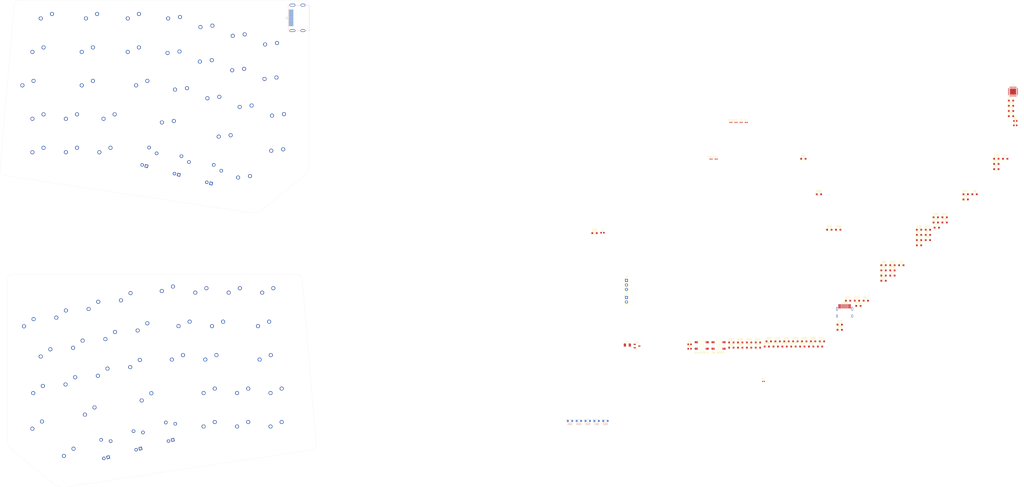
<source format=kicad_pcb>
(kicad_pcb (version 20171130) (host pcbnew "(5.1.4-0-10_14)")
  (layers (0 F.Cu signal) (31 B.Cu signal) (34 B.Paste user) (35 F.Paste user) (36 B.SilkS user) (37 F.SilkS user) (38 B.Mask user) (39 F.Mask user) (44 Edge.Cuts user))
  (net 0 "")
  (net 1 GND)
  (net 2 +3V3)
  (net 3 "Net-(C3-Pad1)")
  (net 4 NRST)
  (net 5 "Net-(D1-Pad2)")
  (net 6 ROW0)
  (net 7 "Net-(D2-Pad2)")
  (net 8 "Net-(D3-Pad2)")
  (net 9 "Net-(D4-Pad2)")
  (net 10 "Net-(D5-Pad2)")
  (net 11 "Net-(D6-Pad2)")
  (net 12 "Net-(D7-Pad2)")
  (net 13 "Net-(D8-Pad2)")
  (net 14 "Net-(D9-Pad2)")
  (net 15 "Net-(D10-Pad2)")
  (net 16 "Net-(D11-Pad2)")
  (net 17 "Net-(D12-Pad2)")
  (net 18 "Net-(D13-Pad2)")
  (net 19 "Net-(D14-Pad2)")
  (net 20 "Net-(D15-Pad2)")
  (net 21 ROW3)
  (net 22 "Net-(D16-Pad2)")
  (net 23 ROW1)
  (net 24 "Net-(D17-Pad2)")
  (net 25 "Net-(D18-Pad2)")
  (net 26 "Net-(D19-Pad2)")
  (net 27 "Net-(D20-Pad2)")
  (net 28 "Net-(D21-Pad2)")
  (net 29 "Net-(D22-Pad2)")
  (net 30 "Net-(D23-Pad2)")
  (net 31 "Net-(D24-Pad2)")
  (net 32 "Net-(D25-Pad2)")
  (net 33 "Net-(D26-Pad2)")
  (net 34 "Net-(D27-Pad2)")
  (net 35 "Net-(D28-Pad2)")
  (net 36 "Net-(D29-Pad2)")
  (net 37 "Net-(D30-Pad2)")
  (net 38 ROW2)
  (net 39 "Net-(D31-Pad2)")
  (net 40 "Net-(D32-Pad2)")
  (net 41 "Net-(D33-Pad2)")
  (net 42 "Net-(D34-Pad2)")
  (net 43 "Net-(D35-Pad2)")
  (net 44 "Net-(D36-Pad2)")
  (net 45 "Net-(D37-Pad2)")
  (net 46 "Net-(D38-Pad2)")
  (net 47 "Net-(D39-Pad2)")
  (net 48 "Net-(D40-Pad2)")
  (net 49 "Net-(D41-Pad2)")
  (net 50 "Net-(D42-Pad2)")
  (net 51 "Net-(D43-Pad2)")
  (net 52 "Net-(D44-Pad2)")
  (net 53 "Net-(D45-Pad2)")
  (net 54 "Net-(D46-Pad2)")
  (net 55 "Net-(D47-Pad2)")
  (net 56 "Net-(D48-Pad2)")
  (net 57 "Net-(D49-Pad2)")
  (net 58 "Net-(D50-Pad2)")
  (net 59 "Net-(D51-Pad2)")
  (net 60 "Net-(D52-Pad2)")
  (net 61 "Net-(D53-Pad2)")
  (net 62 "Net-(D54-Pad2)")
  (net 63 "Net-(D55-Pad2)")
  (net 64 "Net-(D56-Pad2)")
  (net 65 ROW4)
  (net 66 "Net-(D57-Pad2)")
  (net 67 "Net-(D58-Pad2)")
  (net 68 "Net-(D59-Pad2)")
  (net 69 "Net-(D60-Pad2)")
  (net 70 "Net-(D61-Pad2)")
  (net 71 "Net-(D62-Pad2)")
  (net 72 "Net-(D63-Pad2)")
  (net 73 "Net-(D64-Pad2)")
  (net 74 "Net-(D65-Pad2)")
  (net 75 "Net-(D66-Pad2)")
  (net 76 "Net-(D67-Pad2)")
  (net 77 "Net-(D68-Pad2)")
  (net 78 "Net-(D69-Pad2)")
  (net 79 D-)
  (net 80 D+)
  (net 81 "Net-(F1-Pad2)")
  (net 82 "Net-(J1-Pad19)")
  (net 83 "Net-(J1-Pad18)")
  (net 84 "Net-(J1-Pad17)")
  (net 85 "Net-(J1-Pad16)")
  (net 86 "Net-(J1-Pad15)")
  (net 87 "Net-(J1-Pad14)")
  (net 88 "Net-(J1-Pad13)")
  (net 89 COL6)
  (net 90 COL5)
  (net 91 COL4)
  (net 92 COL3)
  (net 93 COL2)
  (net 94 COL1)
  (net 95 COL0)
  (net 96 "Net-(J1-PadSH)")
  (net 97 SWDIO)
  (net 98 SWCLK)
  (net 99 COL7)
  (net 100 COL8)
  (net 101 COL9)
  (net 102 COL10)
  (net 103 COL11)
  (net 104 COL12)
  (net 105 COL13)
  (net 106 "Net-(R1-Pad1)")
  (net 107 "Net-(R2-Pad1)")
  (net 108 "Net-(R3-Pad1)")
  (net 109 "Net-(U2-Pad29)")
  (net 110 "Net-(U2-Pad28)")
  (net 111 "Net-(U2-Pad27)")
  (net 112 "Net-(U2-Pad26)")
  (net 113 "Net-(U2-Pad20)")
  (net 114 "Net-(U2-Pad19)")
  (net 115 "Net-(U2-Pad18)")
  (net 116 "Net-(U2-Pad15)")
  (net 117 "Net-(U2-Pad14)")
  (net 118 "Net-(U2-Pad13)")
  (net 119 "Net-(U2-Pad12)")
  (net 120 "Net-(U2-Pad11)")
  (net 121 "Net-(U2-Pad10)")
  (net 122 "Net-(U2-Pad9)")
  (net 123 "Net-(U2-Pad8)")
  (net 124 "Net-(U2-Pad7)")
  (net 125 "Net-(U2-Pad6)")
  (net 126 "Net-(U2-Pad2)")
  (net 127 "Net-(U2-Pad1)")
  (net 128 "Net-(USB1-Pad3)")
  (net 129 "Net-(USB1-Pad9)")
  (module MX_Only:MXOnly-1U-NoLED (layer F.Cu) (at 171.955 263.65)
    (fp_text reference MX69)
    (fp_text value MX-NoLED)
    (pad 2 thru_hole circle (at 2.54 -5.08) (size 2.25 2.25) (drill 1.47) (layers *.Cu B.Mask) (net 78 "Net-(D69-Pad2)"))
    (pad "" np_thru_hole circle (at 0 0) (size 3.9878 3.9878) (drill 3.9878) (layers *.Cu *.Mask))
    (pad 1 thru_hole circle (at -3.81 -2.54) (size 2.25 2.25) (drill 1.47) (layers *.Cu B.Mask) (net 105 COL13))
    (pad "" np_thru_hole circle (at -5.08 0 48.0996) (size 1.75 1.75) (drill 1.75) (layers *.Cu *.Mask))
    (pad "" np_thru_hole circle (at 5.08 0 48.0996) (size 1.75 1.75) (drill 1.75) (layers *.Cu *.Mask))
  )
  (module MX_Only:MXOnly-1U-NoLED (layer F.Cu) (at 152.905 263.65)
    (fp_text reference MX68)
    (fp_text value MX-NoLED)
    (pad 2 thru_hole circle (at 2.54 -5.08) (size 2.25 2.25) (drill 1.47) (layers *.Cu B.Mask) (net 77 "Net-(D68-Pad2)"))
    (pad "" np_thru_hole circle (at 0 0) (size 3.9878 3.9878) (drill 3.9878) (layers *.Cu *.Mask))
    (pad 1 thru_hole circle (at -3.81 -2.54) (size 2.25 2.25) (drill 1.47) (layers *.Cu B.Mask) (net 104 COL12))
    (pad "" np_thru_hole circle (at -5.08 0 48.0996) (size 1.75 1.75) (drill 1.75) (layers *.Cu *.Mask))
    (pad "" np_thru_hole circle (at 5.08 0 48.0996) (size 1.75 1.75) (drill 1.75) (layers *.Cu *.Mask))
  )
  (module MX_Only:MXOnly-1U-NoLED (layer F.Cu) (at 133.855 263.65)
    (fp_text reference MX67)
    (fp_text value MX-NoLED)
    (pad 2 thru_hole circle (at 2.54 -5.08) (size 2.25 2.25) (drill 1.47) (layers *.Cu B.Mask) (net 76 "Net-(D67-Pad2)"))
    (pad "" np_thru_hole circle (at 0 0) (size 3.9878 3.9878) (drill 3.9878) (layers *.Cu *.Mask))
    (pad 1 thru_hole circle (at -3.81 -2.54) (size 2.25 2.25) (drill 1.47) (layers *.Cu B.Mask) (net 103 COL11))
    (pad "" np_thru_hole circle (at -5.08 0 48.0996) (size 1.75 1.75) (drill 1.75) (layers *.Cu *.Mask))
    (pad "" np_thru_hole circle (at 5.08 0 48.0996) (size 1.75 1.75) (drill 1.75) (layers *.Cu *.Mask))
  )
  (module Kailh_Choc:KailhChoc-1U (layer F.Cu) (at 110.061768 264.525361 15)
    (fp_text reference MX66)
    (fp_text value MX-NoLED)
    (pad 4 thru_hole rect (at 1.27 4.7 15) (size 1.905 1.905) (drill 1.04) (layers *.Cu B.Mask))
    (pad 3 thru_hole circle (at -1.27 4.7 15) (size 1.905 1.905) (drill 1.04) (layers *.Cu B.Mask))
    (pad "" np_thru_hole circle (at -5.22 4.2 15) (size 1.2 1.2) (drill 1.2) (layers *.Cu *.Mask))
    (pad "" np_thru_hole circle (at 5.5 0 63.1) (size 1.9 1.9) (drill 1.9) (layers *.Cu *.Mask))
    (pad "" np_thru_hole circle (at -5.5 0 63.1) (size 1.9 1.9) (drill 1.9) (layers *.Cu *.Mask))
    (pad 1 thru_hole circle (at 5 -3.8 15) (size 2 2) (drill 1.2) (layers *.Cu B.Mask) (net 102 COL10))
    (pad "" np_thru_hole circle (at 0 0 15) (size 3.4 3.4) (drill 3.4) (layers *.Cu *.Mask))
    (pad 2 thru_hole circle (at 0 -5.9 15) (size 2 2) (drill 1.2) (layers *.Cu B.Mask) (net 75 "Net-(D66-Pad2)"))
  )
  (module Kailh_Choc:KailhChoc-1U (layer F.Cu) (at 91.659448 269.459321 15)
    (fp_text reference MX65)
    (fp_text value MX-NoLED)
    (pad 4 thru_hole rect (at 1.27 4.7 15) (size 1.905 1.905) (drill 1.04) (layers *.Cu B.Mask))
    (pad 3 thru_hole circle (at -1.27 4.7 15) (size 1.905 1.905) (drill 1.04) (layers *.Cu B.Mask))
    (pad "" np_thru_hole circle (at -5.22 4.2 15) (size 1.2 1.2) (drill 1.2) (layers *.Cu *.Mask))
    (pad "" np_thru_hole circle (at 5.5 0 63.1) (size 1.9 1.9) (drill 1.9) (layers *.Cu *.Mask))
    (pad "" np_thru_hole circle (at -5.5 0 63.1) (size 1.9 1.9) (drill 1.9) (layers *.Cu *.Mask))
    (pad 1 thru_hole circle (at 5 -3.8 15) (size 2 2) (drill 1.2) (layers *.Cu B.Mask) (net 101 COL9))
    (pad "" np_thru_hole circle (at 0 0 15) (size 3.4 3.4) (drill 3.4) (layers *.Cu *.Mask))
    (pad 2 thru_hole circle (at 0 -5.9 15) (size 2 2) (drill 1.2) (layers *.Cu B.Mask) (net 74 "Net-(D65-Pad2)"))
  )
  (module Kailh_Choc:KailhChoc-1U (layer F.Cu) (at 73.257128 274.393281 15)
    (fp_text reference MX64)
    (fp_text value MX-NoLED)
    (pad 4 thru_hole rect (at 1.27 4.7 15) (size 1.905 1.905) (drill 1.04) (layers *.Cu B.Mask))
    (pad 3 thru_hole circle (at -1.27 4.7 15) (size 1.905 1.905) (drill 1.04) (layers *.Cu B.Mask))
    (pad "" np_thru_hole circle (at -5.22 4.2 15) (size 1.2 1.2) (drill 1.2) (layers *.Cu *.Mask))
    (pad "" np_thru_hole circle (at 5.5 0 63.1) (size 1.9 1.9) (drill 1.9) (layers *.Cu *.Mask))
    (pad "" np_thru_hole circle (at -5.5 0 63.1) (size 1.9 1.9) (drill 1.9) (layers *.Cu *.Mask))
    (pad 1 thru_hole circle (at 5 -3.8 15) (size 2 2) (drill 1.2) (layers *.Cu B.Mask) (net 100 COL8))
    (pad "" np_thru_hole circle (at 0 0 15) (size 3.4 3.4) (drill 3.4) (layers *.Cu *.Mask))
    (pad 2 thru_hole circle (at 0 -5.9 15) (size 2 2) (drill 1.2) (layers *.Cu B.Mask) (net 73 "Net-(D64-Pad2)"))
  )
  (module MX_Only:MXOnly-1U-NoLED (layer F.Cu) (at 54.854808 279.327241 15)
    (fp_text reference MX63)
    (fp_text value MX-NoLED)
    (pad 2 thru_hole circle (at 2.54 -5.08 15) (size 2.25 2.25) (drill 1.47) (layers *.Cu B.Mask) (net 72 "Net-(D63-Pad2)"))
    (pad "" np_thru_hole circle (at 0 0 15) (size 3.9878 3.9878) (drill 3.9878) (layers *.Cu *.Mask))
    (pad 1 thru_hole circle (at -3.81 -2.54 15) (size 2.25 2.25) (drill 1.47) (layers *.Cu B.Mask) (net 99 COL7))
    (pad "" np_thru_hole circle (at -5.08 0 63.0996) (size 1.75 1.75) (drill 1.75) (layers *.Cu *.Mask))
    (pad "" np_thru_hole circle (at 5.08 0 63.0996) (size 1.75 1.75) (drill 1.75) (layers *.Cu *.Mask))
  )
  (module MX_Only:MXOnly-1U-NoLED (layer F.Cu) (at 152.694314 122.787276 345)
    (fp_text reference MX62)
    (fp_text value MX-NoLED)
    (pad 2 thru_hole circle (at 2.54 -5.08 345) (size 2.25 2.25) (drill 1.47) (layers *.Cu B.Mask) (net 71 "Net-(D62-Pad2)"))
    (pad "" np_thru_hole circle (at 0 0 345) (size 3.9878 3.9878) (drill 3.9878) (layers *.Cu *.Mask))
    (pad 1 thru_hole circle (at -3.81 -2.54 345) (size 2.25 2.25) (drill 1.47) (layers *.Cu B.Mask) (net 89 COL6))
    (pad "" np_thru_hole circle (at -5.08 0 33.0996) (size 1.75 1.75) (drill 1.75) (layers *.Cu *.Mask))
    (pad "" np_thru_hole circle (at 5.08 0 33.0996) (size 1.75 1.75) (drill 1.75) (layers *.Cu *.Mask))
  )
  (module Kailh_Choc:KailhChoc-1U (layer F.Cu) (at 134.291994 117.853316 345)
    (fp_text reference MX61)
    (fp_text value MX-NoLED)
    (pad 4 thru_hole rect (at 1.27 4.7 345) (size 1.905 1.905) (drill 1.04) (layers *.Cu B.Mask))
    (pad 3 thru_hole circle (at -1.27 4.7 345) (size 1.905 1.905) (drill 1.04) (layers *.Cu B.Mask))
    (pad "" np_thru_hole circle (at -5.22 4.2 345) (size 1.2 1.2) (drill 1.2) (layers *.Cu *.Mask))
    (pad "" np_thru_hole circle (at 5.5 0 33.1) (size 1.9 1.9) (drill 1.9) (layers *.Cu *.Mask))
    (pad "" np_thru_hole circle (at -5.5 0 33.1) (size 1.9 1.9) (drill 1.9) (layers *.Cu *.Mask))
    (pad 1 thru_hole circle (at 5 -3.8 345) (size 2 2) (drill 1.2) (layers *.Cu B.Mask) (net 90 COL5))
    (pad "" np_thru_hole circle (at 0 0 345) (size 3.4 3.4) (drill 3.4) (layers *.Cu *.Mask))
    (pad 2 thru_hole circle (at 0 -5.9 345) (size 2 2) (drill 1.2) (layers *.Cu B.Mask) (net 70 "Net-(D61-Pad2)"))
  )
  (module Kailh_Choc:KailhChoc-1U (layer F.Cu) (at 115.889674 112.919356 345)
    (fp_text reference MX60)
    (fp_text value MX-NoLED)
    (pad 4 thru_hole rect (at 1.27 4.7 345) (size 1.905 1.905) (drill 1.04) (layers *.Cu B.Mask))
    (pad 3 thru_hole circle (at -1.27 4.7 345) (size 1.905 1.905) (drill 1.04) (layers *.Cu B.Mask))
    (pad "" np_thru_hole circle (at -5.22 4.2 345) (size 1.2 1.2) (drill 1.2) (layers *.Cu *.Mask))
    (pad "" np_thru_hole circle (at 5.5 0 33.1) (size 1.9 1.9) (drill 1.9) (layers *.Cu *.Mask))
    (pad "" np_thru_hole circle (at -5.5 0 33.1) (size 1.9 1.9) (drill 1.9) (layers *.Cu *.Mask))
    (pad 1 thru_hole circle (at 5 -3.8 345) (size 2 2) (drill 1.2) (layers *.Cu B.Mask) (net 91 COL4))
    (pad "" np_thru_hole circle (at 0 0 345) (size 3.4 3.4) (drill 3.4) (layers *.Cu *.Mask))
    (pad 2 thru_hole circle (at 0 -5.9 345) (size 2 2) (drill 1.2) (layers *.Cu B.Mask) (net 69 "Net-(D60-Pad2)"))
  )
  (module Kailh_Choc:KailhChoc-1U (layer F.Cu) (at 97.487354 107.985396 345)
    (fp_text reference MX59)
    (fp_text value MX-NoLED)
    (pad 4 thru_hole rect (at 1.27 4.7 345) (size 1.905 1.905) (drill 1.04) (layers *.Cu B.Mask))
    (pad 3 thru_hole circle (at -1.27 4.7 345) (size 1.905 1.905) (drill 1.04) (layers *.Cu B.Mask))
    (pad "" np_thru_hole circle (at -5.22 4.2 345) (size 1.2 1.2) (drill 1.2) (layers *.Cu *.Mask))
    (pad "" np_thru_hole circle (at 5.5 0 33.1) (size 1.9 1.9) (drill 1.9) (layers *.Cu *.Mask))
    (pad "" np_thru_hole circle (at -5.5 0 33.1) (size 1.9 1.9) (drill 1.9) (layers *.Cu *.Mask))
    (pad 1 thru_hole circle (at 5 -3.8 345) (size 2 2) (drill 1.2) (layers *.Cu B.Mask) (net 92 COL3))
    (pad "" np_thru_hole circle (at 0 0 345) (size 3.4 3.4) (drill 3.4) (layers *.Cu *.Mask))
    (pad 2 thru_hole circle (at 0 -5.9 345) (size 2 2) (drill 1.2) (layers *.Cu B.Mask) (net 68 "Net-(D59-Pad2)"))
  )
  (module MX_Only:MXOnly-1U-NoLED (layer F.Cu) (at 74.4855 107.5055)
    (fp_text reference MX58)
    (fp_text value MX-NoLED)
    (pad 2 thru_hole circle (at 2.54 -5.08) (size 2.25 2.25) (drill 1.47) (layers *.Cu B.Mask) (net 67 "Net-(D58-Pad2)"))
    (pad "" np_thru_hole circle (at 0 0) (size 3.9878 3.9878) (drill 3.9878) (layers *.Cu *.Mask))
    (pad 1 thru_hole circle (at -3.81 -2.54) (size 2.25 2.25) (drill 1.47) (layers *.Cu B.Mask) (net 93 COL2))
    (pad "" np_thru_hole circle (at -5.08 0 48.0996) (size 1.75 1.75) (drill 1.75) (layers *.Cu *.Mask))
    (pad "" np_thru_hole circle (at 5.08 0 48.0996) (size 1.75 1.75) (drill 1.75) (layers *.Cu *.Mask))
  )
  (module MX_Only:MXOnly-1U-NoLED (layer F.Cu) (at 55.4355 107.5055)
    (fp_text reference MX57)
    (fp_text value MX-NoLED)
    (pad 2 thru_hole circle (at 2.54 -5.08) (size 2.25 2.25) (drill 1.47) (layers *.Cu B.Mask) (net 66 "Net-(D57-Pad2)"))
    (pad "" np_thru_hole circle (at 0 0) (size 3.9878 3.9878) (drill 3.9878) (layers *.Cu *.Mask))
    (pad 1 thru_hole circle (at -3.81 -2.54) (size 2.25 2.25) (drill 1.47) (layers *.Cu B.Mask) (net 94 COL1))
    (pad "" np_thru_hole circle (at -5.08 0 48.0996) (size 1.75 1.75) (drill 1.75) (layers *.Cu *.Mask))
    (pad "" np_thru_hole circle (at 5.08 0 48.0996) (size 1.75 1.75) (drill 1.75) (layers *.Cu *.Mask))
  )
  (module MX_Only:MXOnly-1U-NoLED (layer F.Cu) (at 36.3855 107.5055)
    (fp_text reference MX56)
    (fp_text value MX-NoLED)
    (pad 2 thru_hole circle (at 2.54 -5.08) (size 2.25 2.25) (drill 1.47) (layers *.Cu B.Mask) (net 64 "Net-(D56-Pad2)"))
    (pad "" np_thru_hole circle (at 0 0) (size 3.9878 3.9878) (drill 3.9878) (layers *.Cu *.Mask))
    (pad 1 thru_hole circle (at -3.81 -2.54) (size 2.25 2.25) (drill 1.47) (layers *.Cu B.Mask) (net 95 COL0))
    (pad "" np_thru_hole circle (at -5.08 0 48.0996) (size 1.75 1.75) (drill 1.75) (layers *.Cu *.Mask))
    (pad "" np_thru_hole circle (at 5.08 0 48.0996) (size 1.75 1.75) (drill 1.75) (layers *.Cu *.Mask))
  )
  (module MX_Only:MXOnly-1U-NoLED (layer F.Cu) (at 171.955 244.6)
    (fp_text reference MX55)
    (fp_text value MX-NoLED)
    (pad 2 thru_hole circle (at 2.54 -5.08) (size 2.25 2.25) (drill 1.47) (layers *.Cu B.Mask) (net 63 "Net-(D55-Pad2)"))
    (pad "" np_thru_hole circle (at 0 0) (size 3.9878 3.9878) (drill 3.9878) (layers *.Cu *.Mask))
    (pad 1 thru_hole circle (at -3.81 -2.54) (size 2.25 2.25) (drill 1.47) (layers *.Cu B.Mask) (net 105 COL13))
    (pad "" np_thru_hole circle (at -5.08 0 48.0996) (size 1.75 1.75) (drill 1.75) (layers *.Cu *.Mask))
    (pad "" np_thru_hole circle (at 5.08 0 48.0996) (size 1.75 1.75) (drill 1.75) (layers *.Cu *.Mask))
  )
  (module MX_Only:MXOnly-1U-NoLED (layer F.Cu) (at 152.905 244.6)
    (fp_text reference MX54)
    (fp_text value MX-NoLED)
    (pad 2 thru_hole circle (at 2.54 -5.08) (size 2.25 2.25) (drill 1.47) (layers *.Cu B.Mask) (net 62 "Net-(D54-Pad2)"))
    (pad "" np_thru_hole circle (at 0 0) (size 3.9878 3.9878) (drill 3.9878) (layers *.Cu *.Mask))
    (pad 1 thru_hole circle (at -3.81 -2.54) (size 2.25 2.25) (drill 1.47) (layers *.Cu B.Mask) (net 104 COL12))
    (pad "" np_thru_hole circle (at -5.08 0 48.0996) (size 1.75 1.75) (drill 1.75) (layers *.Cu *.Mask))
    (pad "" np_thru_hole circle (at 5.08 0 48.0996) (size 1.75 1.75) (drill 1.75) (layers *.Cu *.Mask))
  )
  (module MX_Only:MXOnly-1U-NoLED (layer F.Cu) (at 133.855 244.6)
    (fp_text reference MX53)
    (fp_text value MX-NoLED)
    (pad 2 thru_hole circle (at 2.54 -5.08) (size 2.25 2.25) (drill 1.47) (layers *.Cu B.Mask) (net 61 "Net-(D53-Pad2)"))
    (pad "" np_thru_hole circle (at 0 0) (size 3.9878 3.9878) (drill 3.9878) (layers *.Cu *.Mask))
    (pad 1 thru_hole circle (at -3.81 -2.54) (size 2.25 2.25) (drill 1.47) (layers *.Cu B.Mask) (net 103 COL11))
    (pad "" np_thru_hole circle (at -5.08 0 48.0996) (size 1.75 1.75) (drill 1.75) (layers *.Cu *.Mask))
    (pad "" np_thru_hole circle (at 5.08 0 48.0996) (size 1.75 1.75) (drill 1.75) (layers *.Cu *.Mask))
  )
  (module MX_Only:MXOnly-1.25U-NoLED (layer F.Cu) (at 99.147054 247.726578 15)
    (fp_text reference MX52)
    (fp_text value MX-NoLED)
    (pad 2 thru_hole circle (at 2.54 -5.08 15) (size 2.25 2.25) (drill 1.47) (layers *.Cu B.Mask) (net 60 "Net-(D52-Pad2)"))
    (pad "" np_thru_hole circle (at 0 0 15) (size 3.9878 3.9878) (drill 3.9878) (layers *.Cu *.Mask))
    (pad 1 thru_hole circle (at -3.81 -2.54 15) (size 2.25 2.25) (drill 1.47) (layers *.Cu B.Mask) (net 102 COL10))
    (pad "" np_thru_hole circle (at -5.08 0 63.0996) (size 1.75 1.75) (drill 1.75) (layers *.Cu *.Mask))
    (pad "" np_thru_hole circle (at 5.08 0 63.0996) (size 1.75 1.75) (drill 1.75) (layers *.Cu *.Mask))
  )
  (module MX_Only:MXOnly-2.25U-NoLED (layer F.Cu) (at 66.794975 255.808939 15)
    (fp_text reference MX51)
    (fp_text value MX-NoLED)
    (pad 2 thru_hole circle (at 2.54 -5.08 15) (size 2.25 2.25) (drill 1.47) (layers *.Cu B.Mask) (net 59 "Net-(D51-Pad2)"))
    (pad "" np_thru_hole circle (at 0 0 15) (size 3.9878 3.9878) (drill 3.9878) (layers *.Cu *.Mask))
    (pad 1 thru_hole circle (at -3.81 -2.54 15) (size 2.25 2.25) (drill 1.47) (layers *.Cu B.Mask) (net 101 COL9))
    (pad "" np_thru_hole circle (at -5.08 0 63.0996) (size 1.75 1.75) (drill 1.75) (layers *.Cu *.Mask))
    (pad "" np_thru_hole circle (at 5.08 0 63.0996) (size 1.75 1.75) (drill 1.75) (layers *.Cu *.Mask))
    (pad "" np_thru_hole circle (at -11.90625 -6.985 15) (size 3.048 3.048) (drill 3.048) (layers *.Cu *.Mask))
    (pad "" np_thru_hole circle (at 11.90625 -6.985 15) (size 3.048 3.048) (drill 3.048) (layers *.Cu *.Mask))
    (pad "" np_thru_hole circle (at -11.90625 8.255 15) (size 3.9878 3.9878) (drill 3.9878) (layers *.Cu *.Mask))
    (pad "" np_thru_hole circle (at 11.90625 8.255 15) (size 3.9878 3.9878) (drill 3.9878) (layers *.Cu *.Mask))
  )
  (module MX_Only:MXOnly-1U-NoLED (layer F.Cu) (at 36.891205 263.826624 15)
    (fp_text reference MX50)
    (fp_text value MX-NoLED)
    (pad 2 thru_hole circle (at 2.54 -5.08 15) (size 2.25 2.25) (drill 1.47) (layers *.Cu B.Mask) (net 58 "Net-(D50-Pad2)"))
    (pad "" np_thru_hole circle (at 0 0 15) (size 3.9878 3.9878) (drill 3.9878) (layers *.Cu *.Mask))
    (pad 1 thru_hole circle (at -3.81 -2.54 15) (size 2.25 2.25) (drill 1.47) (layers *.Cu B.Mask) (net 99 COL7))
    (pad "" np_thru_hole circle (at -5.08 0 63.0996) (size 1.75 1.75) (drill 1.75) (layers *.Cu *.Mask))
    (pad "" np_thru_hole circle (at 5.08 0 63.0996) (size 1.75 1.75) (drill 1.75) (layers *.Cu *.Mask))
  )
  (module MX_Only:MXOnly-1U-NoLED (layer F.Cu) (at 171.578033 107.533377 345)
    (fp_text reference MX49)
    (fp_text value MX-NoLED)
    (pad 2 thru_hole circle (at 2.54 -5.08 345) (size 2.25 2.25) (drill 1.47) (layers *.Cu B.Mask) (net 57 "Net-(D49-Pad2)"))
    (pad "" np_thru_hole circle (at 0 0 345) (size 3.9878 3.9878) (drill 3.9878) (layers *.Cu *.Mask))
    (pad 1 thru_hole circle (at -3.81 -2.54 345) (size 2.25 2.25) (drill 1.47) (layers *.Cu B.Mask) (net 89 COL6))
    (pad "" np_thru_hole circle (at -5.08 0 33.0996) (size 1.75 1.75) (drill 1.75) (layers *.Cu *.Mask))
    (pad "" np_thru_hole circle (at 5.08 0 33.0996) (size 1.75 1.75) (drill 1.75) (layers *.Cu *.Mask))
  )
  (module MX_Only:MXOnly-2.25U-NoLED (layer F.Cu) (at 141.674263 99.515692 345)
    (fp_text reference MX48)
    (fp_text value MX-NoLED)
    (pad 2 thru_hole circle (at 2.54 -5.08 345) (size 2.25 2.25) (drill 1.47) (layers *.Cu B.Mask) (net 56 "Net-(D48-Pad2)"))
    (pad "" np_thru_hole circle (at 0 0 345) (size 3.9878 3.9878) (drill 3.9878) (layers *.Cu *.Mask))
    (pad 1 thru_hole circle (at -3.81 -2.54 345) (size 2.25 2.25) (drill 1.47) (layers *.Cu B.Mask) (net 91 COL4))
    (pad "" np_thru_hole circle (at -5.08 0 33.0996) (size 1.75 1.75) (drill 1.75) (layers *.Cu *.Mask))
    (pad "" np_thru_hole circle (at 5.08 0 33.0996) (size 1.75 1.75) (drill 1.75) (layers *.Cu *.Mask))
    (pad "" np_thru_hole circle (at -11.90625 -6.985 345) (size 3.048 3.048) (drill 3.048) (layers *.Cu *.Mask))
    (pad "" np_thru_hole circle (at 11.90625 -6.985 345) (size 3.048 3.048) (drill 3.048) (layers *.Cu *.Mask))
    (pad "" np_thru_hole circle (at -11.90625 8.255 345) (size 3.9878 3.9878) (drill 3.9878) (layers *.Cu *.Mask))
    (pad "" np_thru_hole circle (at 11.90625 8.255 345) (size 3.9878 3.9878) (drill 3.9878) (layers *.Cu *.Mask))
  )
  (module MX_Only:MXOnly-1.25U-NoLED (layer F.Cu) (at 109.322184 91.433331 345)
    (fp_text reference MX47)
    (fp_text value MX-NoLED)
    (pad 2 thru_hole circle (at 2.54 -5.08 345) (size 2.25 2.25) (drill 1.47) (layers *.Cu B.Mask) (net 55 "Net-(D47-Pad2)"))
    (pad "" np_thru_hole circle (at 0 0 345) (size 3.9878 3.9878) (drill 3.9878) (layers *.Cu *.Mask))
    (pad 1 thru_hole circle (at -3.81 -2.54 345) (size 2.25 2.25) (drill 1.47) (layers *.Cu B.Mask) (net 92 COL3))
    (pad "" np_thru_hole circle (at -5.08 0 33.0996) (size 1.75 1.75) (drill 1.75) (layers *.Cu *.Mask))
    (pad "" np_thru_hole circle (at 5.08 0 33.0996) (size 1.75 1.75) (drill 1.75) (layers *.Cu *.Mask))
  )
  (module MX_Only:MXOnly-1.25U-NoLED (layer F.Cu) (at 76.86675 88.4555)
    (fp_text reference MX46)
    (fp_text value MX-NoLED)
    (pad 2 thru_hole circle (at 2.54 -5.08) (size 2.25 2.25) (drill 1.47) (layers *.Cu B.Mask) (net 54 "Net-(D46-Pad2)"))
    (pad "" np_thru_hole circle (at 0 0) (size 3.9878 3.9878) (drill 3.9878) (layers *.Cu *.Mask))
    (pad 1 thru_hole circle (at -3.81 -2.54) (size 2.25 2.25) (drill 1.47) (layers *.Cu B.Mask) (net 93 COL2))
    (pad "" np_thru_hole circle (at -5.08 0 48.0996) (size 1.75 1.75) (drill 1.75) (layers *.Cu *.Mask))
    (pad "" np_thru_hole circle (at 5.08 0 48.0996) (size 1.75 1.75) (drill 1.75) (layers *.Cu *.Mask))
  )
  (module MX_Only:MXOnly-1U-NoLED (layer F.Cu) (at 55.4355 88.4555)
    (fp_text reference MX45)
    (fp_text value MX-NoLED)
    (pad 2 thru_hole circle (at 2.54 -5.08) (size 2.25 2.25) (drill 1.47) (layers *.Cu B.Mask) (net 53 "Net-(D45-Pad2)"))
    (pad "" np_thru_hole circle (at 0 0) (size 3.9878 3.9878) (drill 3.9878) (layers *.Cu *.Mask))
    (pad 1 thru_hole circle (at -3.81 -2.54) (size 2.25 2.25) (drill 1.47) (layers *.Cu B.Mask) (net 94 COL1))
    (pad "" np_thru_hole circle (at -5.08 0 48.0996) (size 1.75 1.75) (drill 1.75) (layers *.Cu *.Mask))
    (pad "" np_thru_hole circle (at 5.08 0 48.0996) (size 1.75 1.75) (drill 1.75) (layers *.Cu *.Mask))
  )
  (module MX_Only:MXOnly-1U-NoLED (layer F.Cu) (at 36.3855 88.4555)
    (fp_text reference MX44)
    (fp_text value MX-NoLED)
    (pad 2 thru_hole circle (at 2.54 -5.08) (size 2.25 2.25) (drill 1.47) (layers *.Cu B.Mask) (net 52 "Net-(D44-Pad2)"))
    (pad "" np_thru_hole circle (at 0 0) (size 3.9878 3.9878) (drill 3.9878) (layers *.Cu *.Mask))
    (pad 1 thru_hole circle (at -3.81 -2.54) (size 2.25 2.25) (drill 1.47) (layers *.Cu B.Mask) (net 95 COL0))
    (pad "" np_thru_hole circle (at -5.08 0 48.0996) (size 1.75 1.75) (drill 1.75) (layers *.Cu *.Mask))
    (pad "" np_thru_hole circle (at 5.08 0 48.0996) (size 1.75 1.75) (drill 1.75) (layers *.Cu *.Mask))
  )
  (module MX_Only:MXOnly-2.25U-NoLED (layer F.Cu) (at 165.76375 225.55)
    (fp_text reference MX43)
    (fp_text value MX-NoLED)
    (pad 2 thru_hole circle (at 2.54 -5.08) (size 2.25 2.25) (drill 1.47) (layers *.Cu B.Mask) (net 51 "Net-(D43-Pad2)"))
    (pad "" np_thru_hole circle (at 0 0) (size 3.9878 3.9878) (drill 3.9878) (layers *.Cu *.Mask))
    (pad 1 thru_hole circle (at -3.81 -2.54) (size 2.25 2.25) (drill 1.47) (layers *.Cu B.Mask) (net 105 COL13))
    (pad "" np_thru_hole circle (at -5.08 0 48.0996) (size 1.75 1.75) (drill 1.75) (layers *.Cu *.Mask))
    (pad "" np_thru_hole circle (at 5.08 0 48.0996) (size 1.75 1.75) (drill 1.75) (layers *.Cu *.Mask))
    (pad "" np_thru_hole circle (at -11.90625 -6.985) (size 3.048 3.048) (drill 3.048) (layers *.Cu *.Mask))
    (pad "" np_thru_hole circle (at 11.90625 -6.985) (size 3.048 3.048) (drill 3.048) (layers *.Cu *.Mask))
    (pad "" np_thru_hole circle (at -11.90625 8.255) (size 3.9878 3.9878) (drill 3.9878) (layers *.Cu *.Mask))
    (pad "" np_thru_hole circle (at 11.90625 8.255) (size 3.9878 3.9878) (drill 3.9878) (layers *.Cu *.Mask))
  )
  (module MX_Only:MXOnly-1U-NoLED (layer F.Cu) (at 134.8075 225.55)
    (fp_text reference MX42)
    (fp_text value MX-NoLED)
    (pad 2 thru_hole circle (at 2.54 -5.08) (size 2.25 2.25) (drill 1.47) (layers *.Cu B.Mask) (net 50 "Net-(D42-Pad2)"))
    (pad "" np_thru_hole circle (at 0 0) (size 3.9878 3.9878) (drill 3.9878) (layers *.Cu *.Mask))
    (pad 1 thru_hole circle (at -3.81 -2.54) (size 2.25 2.25) (drill 1.47) (layers *.Cu B.Mask) (net 104 COL12))
    (pad "" np_thru_hole circle (at -5.08 0 48.0996) (size 1.75 1.75) (drill 1.75) (layers *.Cu *.Mask))
    (pad "" np_thru_hole circle (at 5.08 0 48.0996) (size 1.75 1.75) (drill 1.75) (layers *.Cu *.Mask))
  )
  (module MX_Only:MXOnly-1U-NoLED (layer F.Cu) (at 115.7575 225.55)
    (fp_text reference MX41)
    (fp_text value MX-NoLED)
    (pad 2 thru_hole circle (at 2.54 -5.08) (size 2.25 2.25) (drill 1.47) (layers *.Cu B.Mask) (net 49 "Net-(D41-Pad2)"))
    (pad "" np_thru_hole circle (at 0 0) (size 3.9878 3.9878) (drill 3.9878) (layers *.Cu *.Mask))
    (pad 1 thru_hole circle (at -3.81 -2.54) (size 2.25 2.25) (drill 1.47) (layers *.Cu B.Mask) (net 103 COL11))
    (pad "" np_thru_hole circle (at -5.08 0 48.0996) (size 1.75 1.75) (drill 1.75) (layers *.Cu *.Mask))
    (pad "" np_thru_hole circle (at 5.08 0 48.0996) (size 1.75 1.75) (drill 1.75) (layers *.Cu *.Mask))
  )
  (module MX_Only:MXOnly-1U-NoLED (layer F.Cu) (at 92.586167 228.77421 15)
    (fp_text reference MX40)
    (fp_text value MX-NoLED)
    (pad 2 thru_hole circle (at 2.54 -5.08 15) (size 2.25 2.25) (drill 1.47) (layers *.Cu B.Mask) (net 48 "Net-(D40-Pad2)"))
    (pad "" np_thru_hole circle (at 0 0 15) (size 3.9878 3.9878) (drill 3.9878) (layers *.Cu *.Mask))
    (pad 1 thru_hole circle (at -3.81 -2.54 15) (size 2.25 2.25) (drill 1.47) (layers *.Cu B.Mask) (net 102 COL10))
    (pad "" np_thru_hole circle (at -5.08 0 63.0996) (size 1.75 1.75) (drill 1.75) (layers *.Cu *.Mask))
    (pad "" np_thru_hole circle (at 5.08 0 63.0996) (size 1.75 1.75) (drill 1.75) (layers *.Cu *.Mask))
  )
  (module MX_Only:MXOnly-1U-NoLED (layer F.Cu) (at 74.183847 233.70817 15)
    (fp_text reference MX39)
    (fp_text value MX-NoLED)
    (pad 2 thru_hole circle (at 2.54 -5.08 15) (size 2.25 2.25) (drill 1.47) (layers *.Cu B.Mask) (net 47 "Net-(D39-Pad2)"))
    (pad "" np_thru_hole circle (at 0 0 15) (size 3.9878 3.9878) (drill 3.9878) (layers *.Cu *.Mask))
    (pad 1 thru_hole circle (at -3.81 -2.54 15) (size 2.25 2.25) (drill 1.47) (layers *.Cu B.Mask) (net 101 COL9))
    (pad "" np_thru_hole circle (at -5.08 0 63.0996) (size 1.75 1.75) (drill 1.75) (layers *.Cu *.Mask))
    (pad "" np_thru_hole circle (at 5.08 0 63.0996) (size 1.75 1.75) (drill 1.75) (layers *.Cu *.Mask))
  )
  (module MX_Only:MXOnly-1U-NoLED (layer F.Cu) (at 55.781527 238.64213 15)
    (fp_text reference MX38)
    (fp_text value MX-NoLED)
    (pad 2 thru_hole circle (at 2.54 -5.08 15) (size 2.25 2.25) (drill 1.47) (layers *.Cu B.Mask) (net 46 "Net-(D38-Pad2)"))
    (pad "" np_thru_hole circle (at 0 0 15) (size 3.9878 3.9878) (drill 3.9878) (layers *.Cu *.Mask))
    (pad 1 thru_hole circle (at -3.81 -2.54 15) (size 2.25 2.25) (drill 1.47) (layers *.Cu B.Mask) (net 100 COL8))
    (pad "" np_thru_hole circle (at -5.08 0 63.0996) (size 1.75 1.75) (drill 1.75) (layers *.Cu *.Mask))
    (pad "" np_thru_hole circle (at 5.08 0 63.0996) (size 1.75 1.75) (drill 1.75) (layers *.Cu *.Mask))
  )
  (module MX_Only:MXOnly-1U-NoLED (layer F.Cu) (at 37.379207 243.57609 15)
    (fp_text reference MX37)
    (fp_text value MX-NoLED)
    (pad 2 thru_hole circle (at 2.54 -5.08 15) (size 2.25 2.25) (drill 1.47) (layers *.Cu B.Mask) (net 45 "Net-(D37-Pad2)"))
    (pad "" np_thru_hole circle (at 0 0 15) (size 3.9878 3.9878) (drill 3.9878) (layers *.Cu *.Mask))
    (pad 1 thru_hole circle (at -3.81 -2.54 15) (size 2.25 2.25) (drill 1.47) (layers *.Cu B.Mask) (net 99 COL7))
    (pad "" np_thru_hole circle (at -5.08 0 63.0996) (size 1.75 1.75) (drill 1.75) (layers *.Cu *.Mask))
    (pad "" np_thru_hole circle (at 5.08 0 63.0996) (size 1.75 1.75) (drill 1.75) (layers *.Cu *.Mask))
  )
  (module MX_Only:MXOnly-1U-NoLED (layer F.Cu) (at 172.010043 87.529523 345)
    (fp_text reference MX36)
    (fp_text value MX-NoLED)
    (pad 2 thru_hole circle (at 2.54 -5.08 345) (size 2.25 2.25) (drill 1.47) (layers *.Cu B.Mask) (net 44 "Net-(D36-Pad2)"))
    (pad "" np_thru_hole circle (at 0 0 345) (size 3.9878 3.9878) (drill 3.9878) (layers *.Cu *.Mask))
    (pad 1 thru_hole circle (at -3.81 -2.54 345) (size 2.25 2.25) (drill 1.47) (layers *.Cu B.Mask) (net 89 COL6))
    (pad "" np_thru_hole circle (at -5.08 0 33.0996) (size 1.75 1.75) (drill 1.75) (layers *.Cu *.Mask))
    (pad "" np_thru_hole circle (at 5.08 0 33.0996) (size 1.75 1.75) (drill 1.75) (layers *.Cu *.Mask))
  )
  (module MX_Only:MXOnly-1U-NoLED (layer F.Cu) (at 153.607743 82.595571 345)
    (fp_text reference MX35)
    (fp_text value MX-NoLED)
    (pad 2 thru_hole circle (at 2.54 -5.08 345) (size 2.25 2.25) (drill 1.47) (layers *.Cu B.Mask) (net 43 "Net-(D35-Pad2)"))
    (pad "" np_thru_hole circle (at 0 0 345) (size 3.9878 3.9878) (drill 3.9878) (layers *.Cu *.Mask))
    (pad 1 thru_hole circle (at -3.81 -2.54 345) (size 2.25 2.25) (drill 1.47) (layers *.Cu B.Mask) (net 90 COL5))
    (pad "" np_thru_hole circle (at -5.08 0 33.0996) (size 1.75 1.75) (drill 1.75) (layers *.Cu *.Mask))
    (pad "" np_thru_hole circle (at 5.08 0 33.0996) (size 1.75 1.75) (drill 1.75) (layers *.Cu *.Mask))
  )
  (module MX_Only:MXOnly-1U-NoLED (layer F.Cu) (at 135.205443 77.661619 345)
    (fp_text reference MX34)
    (fp_text value MX-NoLED)
    (pad 2 thru_hole circle (at 2.54 -5.08 345) (size 2.25 2.25) (drill 1.47) (layers *.Cu B.Mask) (net 42 "Net-(D34-Pad2)"))
    (pad "" np_thru_hole circle (at 0 0 345) (size 3.9878 3.9878) (drill 3.9878) (layers *.Cu *.Mask))
    (pad 1 thru_hole circle (at -3.81 -2.54 345) (size 2.25 2.25) (drill 1.47) (layers *.Cu B.Mask) (net 91 COL4))
    (pad "" np_thru_hole circle (at -5.08 0 33.0996) (size 1.75 1.75) (drill 1.75) (layers *.Cu *.Mask))
    (pad "" np_thru_hole circle (at 5.08 0 33.0996) (size 1.75 1.75) (drill 1.75) (layers *.Cu *.Mask))
  )
  (module MX_Only:MXOnly-1U-NoLED (layer F.Cu) (at 116.803143 72.727667 345)
    (fp_text reference MX33)
    (fp_text value MX-NoLED)
    (pad 2 thru_hole circle (at 2.54 -5.08 345) (size 2.25 2.25) (drill 1.47) (layers *.Cu B.Mask) (net 41 "Net-(D33-Pad2)"))
    (pad "" np_thru_hole circle (at 0 0 345) (size 3.9878 3.9878) (drill 3.9878) (layers *.Cu *.Mask))
    (pad 1 thru_hole circle (at -3.81 -2.54 345) (size 2.25 2.25) (drill 1.47) (layers *.Cu B.Mask) (net 92 COL3))
    (pad "" np_thru_hole circle (at -5.08 0 33.0996) (size 1.75 1.75) (drill 1.75) (layers *.Cu *.Mask))
    (pad "" np_thru_hole circle (at 5.08 0 33.0996) (size 1.75 1.75) (drill 1.75) (layers *.Cu *.Mask))
  )
  (module MX_Only:MXOnly-1U-NoLED (layer F.Cu) (at 95.4405 69.4055)
    (fp_text reference MX32)
    (fp_text value MX-NoLED)
    (pad 2 thru_hole circle (at 2.54 -5.08) (size 2.25 2.25) (drill 1.47) (layers *.Cu B.Mask) (net 40 "Net-(D32-Pad2)"))
    (pad "" np_thru_hole circle (at 0 0) (size 3.9878 3.9878) (drill 3.9878) (layers *.Cu *.Mask))
    (pad 1 thru_hole circle (at -3.81 -2.54) (size 2.25 2.25) (drill 1.47) (layers *.Cu B.Mask) (net 93 COL2))
    (pad "" np_thru_hole circle (at -5.08 0 48.0996) (size 1.75 1.75) (drill 1.75) (layers *.Cu *.Mask))
    (pad "" np_thru_hole circle (at 5.08 0 48.0996) (size 1.75 1.75) (drill 1.75) (layers *.Cu *.Mask))
  )
  (module MX_Only:MXOnly-2.25U-NoLED (layer F.Cu) (at 64.48425 69.4055)
    (fp_text reference MX31)
    (fp_text value MX-NoLED)
    (pad 2 thru_hole circle (at 2.54 -5.08) (size 2.25 2.25) (drill 1.47) (layers *.Cu B.Mask) (net 39 "Net-(D31-Pad2)"))
    (pad "" np_thru_hole circle (at 0 0) (size 3.9878 3.9878) (drill 3.9878) (layers *.Cu *.Mask))
    (pad 1 thru_hole circle (at -3.81 -2.54) (size 2.25 2.25) (drill 1.47) (layers *.Cu B.Mask) (net 94 COL1))
    (pad "" np_thru_hole circle (at -5.08 0 48.0996) (size 1.75 1.75) (drill 1.75) (layers *.Cu *.Mask))
    (pad "" np_thru_hole circle (at 5.08 0 48.0996) (size 1.75 1.75) (drill 1.75) (layers *.Cu *.Mask))
    (pad "" np_thru_hole circle (at -11.90625 -6.985) (size 3.048 3.048) (drill 3.048) (layers *.Cu *.Mask))
    (pad "" np_thru_hole circle (at 11.90625 -6.985) (size 3.048 3.048) (drill 3.048) (layers *.Cu *.Mask))
    (pad "" np_thru_hole circle (at -11.90625 8.255) (size 3.9878 3.9878) (drill 3.9878) (layers *.Cu *.Mask))
    (pad "" np_thru_hole circle (at 11.90625 8.255) (size 3.9878 3.9878) (drill 3.9878) (layers *.Cu *.Mask))
  )
  (module MX_Only:MXOnly-1U-NoLED (layer F.Cu) (at 30.6705 69.4055)
    (fp_text reference MX30)
    (fp_text value MX-NoLED)
    (pad 2 thru_hole circle (at 2.54 -5.08) (size 2.25 2.25) (drill 1.47) (layers *.Cu B.Mask) (net 37 "Net-(D30-Pad2)"))
    (pad "" np_thru_hole circle (at 0 0) (size 3.9878 3.9878) (drill 3.9878) (layers *.Cu *.Mask))
    (pad 1 thru_hole circle (at -3.81 -2.54) (size 2.25 2.25) (drill 1.47) (layers *.Cu B.Mask) (net 95 COL0))
    (pad "" np_thru_hole circle (at -5.08 0 48.0996) (size 1.75 1.75) (drill 1.75) (layers *.Cu *.Mask))
    (pad "" np_thru_hole circle (at 5.08 0 48.0996) (size 1.75 1.75) (drill 1.75) (layers *.Cu *.Mask))
  )
  (module MX_Only:MXOnly-1.75U-NoLED (layer F.Cu) (at 164.81125 206.5)
    (fp_text reference MX29)
    (fp_text value MX-NoLED)
    (pad 2 thru_hole circle (at 2.54 -5.08) (size 2.25 2.25) (drill 1.47) (layers *.Cu B.Mask) (net 36 "Net-(D29-Pad2)"))
    (pad "" np_thru_hole circle (at 0 0) (size 3.9878 3.9878) (drill 3.9878) (layers *.Cu *.Mask))
    (pad 1 thru_hole circle (at -3.81 -2.54) (size 2.25 2.25) (drill 1.47) (layers *.Cu B.Mask) (net 105 COL13))
    (pad "" np_thru_hole circle (at -5.08 0 48.0996) (size 1.75 1.75) (drill 1.75) (layers *.Cu *.Mask))
    (pad "" np_thru_hole circle (at 5.08 0 48.0996) (size 1.75 1.75) (drill 1.75) (layers *.Cu *.Mask))
  )
  (module MX_Only:MXOnly-1U-NoLED (layer F.Cu) (at 138.6175 206.5)
    (fp_text reference MX28)
    (fp_text value MX-NoLED)
    (pad 2 thru_hole circle (at 2.54 -5.08) (size 2.25 2.25) (drill 1.47) (layers *.Cu B.Mask) (net 35 "Net-(D28-Pad2)"))
    (pad "" np_thru_hole circle (at 0 0) (size 3.9878 3.9878) (drill 3.9878) (layers *.Cu *.Mask))
    (pad 1 thru_hole circle (at -3.81 -2.54) (size 2.25 2.25) (drill 1.47) (layers *.Cu B.Mask) (net 104 COL12))
    (pad "" np_thru_hole circle (at -5.08 0 48.0996) (size 1.75 1.75) (drill 1.75) (layers *.Cu *.Mask))
    (pad "" np_thru_hole circle (at 5.08 0 48.0996) (size 1.75 1.75) (drill 1.75) (layers *.Cu *.Mask))
  )
  (module MX_Only:MXOnly-1U-NoLED (layer F.Cu) (at 119.5675 206.5)
    (fp_text reference MX27)
    (fp_text value MX-NoLED)
    (pad 2 thru_hole circle (at 2.54 -5.08) (size 2.25 2.25) (drill 1.47) (layers *.Cu B.Mask) (net 34 "Net-(D27-Pad2)"))
    (pad "" np_thru_hole circle (at 0 0) (size 3.9878 3.9878) (drill 3.9878) (layers *.Cu *.Mask))
    (pad 1 thru_hole circle (at -3.81 -2.54) (size 2.25 2.25) (drill 1.47) (layers *.Cu B.Mask) (net 103 COL11))
    (pad "" np_thru_hole circle (at -5.08 0 48.0996) (size 1.75 1.75) (drill 1.75) (layers *.Cu *.Mask))
    (pad "" np_thru_hole circle (at 5.08 0 48.0996) (size 1.75 1.75) (drill 1.75) (layers *.Cu *.Mask))
  )
  (module MX_Only:MXOnly-1U-NoLED (layer F.Cu) (at 96.853367 207.90493 15)
    (fp_text reference MX26)
    (fp_text value MX-NoLED)
    (pad 2 thru_hole circle (at 2.54 -5.08 15) (size 2.25 2.25) (drill 1.47) (layers *.Cu B.Mask) (net 33 "Net-(D26-Pad2)"))
    (pad "" np_thru_hole circle (at 0 0 15) (size 3.9878 3.9878) (drill 3.9878) (layers *.Cu *.Mask))
    (pad 1 thru_hole circle (at -3.81 -2.54 15) (size 2.25 2.25) (drill 1.47) (layers *.Cu B.Mask) (net 102 COL10))
    (pad "" np_thru_hole circle (at -5.08 0 63.0996) (size 1.75 1.75) (drill 1.75) (layers *.Cu *.Mask))
    (pad "" np_thru_hole circle (at 5.08 0 63.0996) (size 1.75 1.75) (drill 1.75) (layers *.Cu *.Mask))
  )
  (module MX_Only:MXOnly-1U-NoLED (layer F.Cu) (at 78.451047 212.83889 15)
    (fp_text reference MX25)
    (fp_text value MX-NoLED)
    (pad 2 thru_hole circle (at 2.54 -5.08 15) (size 2.25 2.25) (drill 1.47) (layers *.Cu B.Mask) (net 32 "Net-(D25-Pad2)"))
    (pad "" np_thru_hole circle (at 0 0 15) (size 3.9878 3.9878) (drill 3.9878) (layers *.Cu *.Mask))
    (pad 1 thru_hole circle (at -3.81 -2.54 15) (size 2.25 2.25) (drill 1.47) (layers *.Cu B.Mask) (net 101 COL9))
    (pad "" np_thru_hole circle (at -5.08 0 63.0996) (size 1.75 1.75) (drill 1.75) (layers *.Cu *.Mask))
    (pad "" np_thru_hole circle (at 5.08 0 63.0996) (size 1.75 1.75) (drill 1.75) (layers *.Cu *.Mask))
  )
  (module MX_Only:MXOnly-1U-NoLED (layer F.Cu) (at 60.048727 217.77285 15)
    (fp_text reference MX24)
    (fp_text value MX-NoLED)
    (pad 2 thru_hole circle (at 2.54 -5.08 15) (size 2.25 2.25) (drill 1.47) (layers *.Cu B.Mask) (net 31 "Net-(D24-Pad2)"))
    (pad "" np_thru_hole circle (at 0 0 15) (size 3.9878 3.9878) (drill 3.9878) (layers *.Cu *.Mask))
    (pad 1 thru_hole circle (at -3.81 -2.54 15) (size 2.25 2.25) (drill 1.47) (layers *.Cu B.Mask) (net 100 COL8))
    (pad "" np_thru_hole circle (at -5.08 0 63.0996) (size 1.75 1.75) (drill 1.75) (layers *.Cu *.Mask))
    (pad "" np_thru_hole circle (at 5.08 0 63.0996) (size 1.75 1.75) (drill 1.75) (layers *.Cu *.Mask))
  )
  (module MX_Only:MXOnly-1U-NoLED (layer F.Cu) (at 41.646407 222.70681 15)
    (fp_text reference MX23)
    (fp_text value MX-NoLED)
    (pad 2 thru_hole circle (at 2.54 -5.08 15) (size 2.25 2.25) (drill 1.47) (layers *.Cu B.Mask) (net 30 "Net-(D23-Pad2)"))
    (pad "" np_thru_hole circle (at 0 0 15) (size 3.9878 3.9878) (drill 3.9878) (layers *.Cu *.Mask))
    (pad 1 thru_hole circle (at -3.81 -2.54 15) (size 2.25 2.25) (drill 1.47) (layers *.Cu B.Mask) (net 99 COL7))
    (pad "" np_thru_hole circle (at -5.08 0 63.0996) (size 1.75 1.75) (drill 1.75) (layers *.Cu *.Mask))
    (pad "" np_thru_hole circle (at 5.08 0 63.0996) (size 1.75 1.75) (drill 1.75) (layers *.Cu *.Mask))
  )
  (module MX_Only:MXOnly-1U-NoLED (layer F.Cu) (at 167.742898 66.660269 345)
    (fp_text reference MX22)
    (fp_text value MX-NoLED)
    (pad 2 thru_hole circle (at 2.54 -5.08 345) (size 2.25 2.25) (drill 1.47) (layers *.Cu B.Mask) (net 29 "Net-(D22-Pad2)"))
    (pad "" np_thru_hole circle (at 0 0 345) (size 3.9878 3.9878) (drill 3.9878) (layers *.Cu *.Mask))
    (pad 1 thru_hole circle (at -3.81 -2.54 345) (size 2.25 2.25) (drill 1.47) (layers *.Cu B.Mask) (net 89 COL6))
    (pad "" np_thru_hole circle (at -5.08 0 33.0996) (size 1.75 1.75) (drill 1.75) (layers *.Cu *.Mask))
    (pad "" np_thru_hole circle (at 5.08 0 33.0996) (size 1.75 1.75) (drill 1.75) (layers *.Cu *.Mask))
  )
  (module MX_Only:MXOnly-1U-NoLED (layer F.Cu) (at 149.340578 61.726309 345)
    (fp_text reference MX21)
    (fp_text value MX-NoLED)
    (pad 2 thru_hole circle (at 2.54 -5.08 345) (size 2.25 2.25) (drill 1.47) (layers *.Cu B.Mask) (net 28 "Net-(D21-Pad2)"))
    (pad "" np_thru_hole circle (at 0 0 345) (size 3.9878 3.9878) (drill 3.9878) (layers *.Cu *.Mask))
    (pad 1 thru_hole circle (at -3.81 -2.54 345) (size 2.25 2.25) (drill 1.47) (layers *.Cu B.Mask) (net 90 COL5))
    (pad "" np_thru_hole circle (at -5.08 0 33.0996) (size 1.75 1.75) (drill 1.75) (layers *.Cu *.Mask))
    (pad "" np_thru_hole circle (at 5.08 0 33.0996) (size 1.75 1.75) (drill 1.75) (layers *.Cu *.Mask))
  )
  (module MX_Only:MXOnly-1U-NoLED (layer F.Cu) (at 130.938258 56.792349 345)
    (fp_text reference MX20)
    (fp_text value MX-NoLED)
    (pad 2 thru_hole circle (at 2.54 -5.08 345) (size 2.25 2.25) (drill 1.47) (layers *.Cu B.Mask) (net 27 "Net-(D20-Pad2)"))
    (pad "" np_thru_hole circle (at 0 0 345) (size 3.9878 3.9878) (drill 3.9878) (layers *.Cu *.Mask))
    (pad 1 thru_hole circle (at -3.81 -2.54 345) (size 2.25 2.25) (drill 1.47) (layers *.Cu B.Mask) (net 91 COL4))
    (pad "" np_thru_hole circle (at -5.08 0 33.0996) (size 1.75 1.75) (drill 1.75) (layers *.Cu *.Mask))
    (pad "" np_thru_hole circle (at 5.08 0 33.0996) (size 1.75 1.75) (drill 1.75) (layers *.Cu *.Mask))
  )
  (module MX_Only:MXOnly-1U-NoLED (layer F.Cu) (at 112.535938 51.858389 345)
    (fp_text reference MX19)
    (fp_text value MX-NoLED)
    (pad 2 thru_hole circle (at 2.54 -5.08 345) (size 2.25 2.25) (drill 1.47) (layers *.Cu B.Mask) (net 26 "Net-(D19-Pad2)"))
    (pad "" np_thru_hole circle (at 0 0 345) (size 3.9878 3.9878) (drill 3.9878) (layers *.Cu *.Mask))
    (pad 1 thru_hole circle (at -3.81 -2.54 345) (size 2.25 2.25) (drill 1.47) (layers *.Cu B.Mask) (net 92 COL3))
    (pad "" np_thru_hole circle (at -5.08 0 33.0996) (size 1.75 1.75) (drill 1.75) (layers *.Cu *.Mask))
    (pad "" np_thru_hole circle (at 5.08 0 33.0996) (size 1.75 1.75) (drill 1.75) (layers *.Cu *.Mask))
  )
  (module MX_Only:MXOnly-1U-NoLED (layer F.Cu) (at 90.678 50.3555)
    (fp_text reference MX18)
    (fp_text value MX-NoLED)
    (pad 2 thru_hole circle (at 2.54 -5.08) (size 2.25 2.25) (drill 1.47) (layers *.Cu B.Mask) (net 25 "Net-(D18-Pad2)"))
    (pad "" np_thru_hole circle (at 0 0) (size 3.9878 3.9878) (drill 3.9878) (layers *.Cu *.Mask))
    (pad 1 thru_hole circle (at -3.81 -2.54) (size 2.25 2.25) (drill 1.47) (layers *.Cu B.Mask) (net 93 COL2))
    (pad "" np_thru_hole circle (at -5.08 0 48.0996) (size 1.75 1.75) (drill 1.75) (layers *.Cu *.Mask))
    (pad "" np_thru_hole circle (at 5.08 0 48.0996) (size 1.75 1.75) (drill 1.75) (layers *.Cu *.Mask))
  )
  (module MX_Only:MXOnly-1.75U-NoLED (layer F.Cu) (at 64.48425 50.3555)
    (fp_text reference MX17)
    (fp_text value MX-NoLED)
    (pad 2 thru_hole circle (at 2.54 -5.08) (size 2.25 2.25) (drill 1.47) (layers *.Cu B.Mask) (net 24 "Net-(D17-Pad2)"))
    (pad "" np_thru_hole circle (at 0 0) (size 3.9878 3.9878) (drill 3.9878) (layers *.Cu *.Mask))
    (pad 1 thru_hole circle (at -3.81 -2.54) (size 2.25 2.25) (drill 1.47) (layers *.Cu B.Mask) (net 94 COL1))
    (pad "" np_thru_hole circle (at -5.08 0 48.0996) (size 1.75 1.75) (drill 1.75) (layers *.Cu *.Mask))
    (pad "" np_thru_hole circle (at 5.08 0 48.0996) (size 1.75 1.75) (drill 1.75) (layers *.Cu *.Mask))
  )
  (module MX_Only:MXOnly-1U-NoLED (layer F.Cu) (at 36.3855 50.3555)
    (fp_text reference MX16)
    (fp_text value MX-NoLED)
    (pad 2 thru_hole circle (at 2.54 -5.08) (size 2.25 2.25) (drill 1.47) (layers *.Cu B.Mask) (net 22 "Net-(D16-Pad2)"))
    (pad "" np_thru_hole circle (at 0 0) (size 3.9878 3.9878) (drill 3.9878) (layers *.Cu *.Mask))
    (pad 1 thru_hole circle (at -3.81 -2.54) (size 2.25 2.25) (drill 1.47) (layers *.Cu B.Mask) (net 95 COL0))
    (pad "" np_thru_hole circle (at -5.08 0 48.0996) (size 1.75 1.75) (drill 1.75) (layers *.Cu *.Mask))
    (pad "" np_thru_hole circle (at 5.08 0 48.0996) (size 1.75 1.75) (drill 1.75) (layers *.Cu *.Mask))
  )
  (module MX_Only:MXOnly-1U-NoLED (layer F.Cu) (at 167.1925 187.45)
    (fp_text reference MX15)
    (fp_text value MX-NoLED)
    (pad 2 thru_hole circle (at 2.54 -5.08) (size 2.25 2.25) (drill 1.47) (layers *.Cu B.Mask) (net 20 "Net-(D15-Pad2)"))
    (pad "" np_thru_hole circle (at 0 0) (size 3.9878 3.9878) (drill 3.9878) (layers *.Cu *.Mask))
    (pad 1 thru_hole circle (at -3.81 -2.54) (size 2.25 2.25) (drill 1.47) (layers *.Cu B.Mask) (net 100 COL8))
    (pad "" np_thru_hole circle (at -5.08 0 48.0996) (size 1.75 1.75) (drill 1.75) (layers *.Cu *.Mask))
    (pad "" np_thru_hole circle (at 5.08 0 48.0996) (size 1.75 1.75) (drill 1.75) (layers *.Cu *.Mask))
  )
  (module MX_Only:MXOnly-1U-NoLED (layer F.Cu) (at 148.1425 187.45)
    (fp_text reference MX14)
    (fp_text value MX-NoLED)
    (pad 2 thru_hole circle (at 2.54 -5.08) (size 2.25 2.25) (drill 1.47) (layers *.Cu B.Mask) (net 19 "Net-(D14-Pad2)"))
    (pad "" np_thru_hole circle (at 0 0) (size 3.9878 3.9878) (drill 3.9878) (layers *.Cu *.Mask))
    (pad 1 thru_hole circle (at -3.81 -2.54) (size 2.25 2.25) (drill 1.47) (layers *.Cu B.Mask) (net 105 COL13))
    (pad "" np_thru_hole circle (at -5.08 0 48.0996) (size 1.75 1.75) (drill 1.75) (layers *.Cu *.Mask))
    (pad "" np_thru_hole circle (at 5.08 0 48.0996) (size 1.75 1.75) (drill 1.75) (layers *.Cu *.Mask))
  )
  (module MX_Only:MXOnly-1U-NoLED (layer F.Cu) (at 129.0925 187.45)
    (fp_text reference MX13)
    (fp_text value MX-NoLED)
    (pad 2 thru_hole circle (at 2.54 -5.08) (size 2.25 2.25) (drill 1.47) (layers *.Cu B.Mask) (net 18 "Net-(D13-Pad2)"))
    (pad "" np_thru_hole circle (at 0 0) (size 3.9878 3.9878) (drill 3.9878) (layers *.Cu *.Mask))
    (pad 1 thru_hole circle (at -3.81 -2.54) (size 2.25 2.25) (drill 1.47) (layers *.Cu B.Mask) (net 104 COL12))
    (pad "" np_thru_hole circle (at -5.08 0 48.0996) (size 1.75 1.75) (drill 1.75) (layers *.Cu *.Mask))
    (pad "" np_thru_hole circle (at 5.08 0 48.0996) (size 1.75 1.75) (drill 1.75) (layers *.Cu *.Mask))
  )
  (module MX_Only:MXOnly-1U-NoLED (layer F.Cu) (at 110.0425 186.4975)
    (fp_text reference MX12)
    (fp_text value MX-NoLED)
    (pad 2 thru_hole circle (at 2.54 -5.08) (size 2.25 2.25) (drill 1.47) (layers *.Cu B.Mask) (net 17 "Net-(D12-Pad2)"))
    (pad "" np_thru_hole circle (at 0 0) (size 3.9878 3.9878) (drill 3.9878) (layers *.Cu *.Mask))
    (pad 1 thru_hole circle (at -3.81 -2.54) (size 2.25 2.25) (drill 1.47) (layers *.Cu B.Mask) (net 103 COL11))
    (pad "" np_thru_hole circle (at -5.08 0 48.0996) (size 1.75 1.75) (drill 1.75) (layers *.Cu *.Mask))
    (pad "" np_thru_hole circle (at 5.08 0 48.0996) (size 1.75 1.75) (drill 1.75) (layers *.Cu *.Mask))
  )
  (module MX_Only:MXOnly-1U-NoLED (layer F.Cu) (at 87.318842 190.73615 15)
    (fp_text reference MX11)
    (fp_text value MX-NoLED)
    (pad 2 thru_hole circle (at 2.54 -5.08 15) (size 2.25 2.25) (drill 1.47) (layers *.Cu B.Mask) (net 16 "Net-(D11-Pad2)"))
    (pad "" np_thru_hole circle (at 0 0 15) (size 3.9878 3.9878) (drill 3.9878) (layers *.Cu *.Mask))
    (pad 1 thru_hole circle (at -3.81 -2.54 15) (size 2.25 2.25) (drill 1.47) (layers *.Cu B.Mask) (net 102 COL10))
    (pad "" np_thru_hole circle (at -5.08 0 63.0996) (size 1.75 1.75) (drill 1.75) (layers *.Cu *.Mask))
    (pad "" np_thru_hole circle (at 5.08 0 63.0996) (size 1.75 1.75) (drill 1.75) (layers *.Cu *.Mask))
  )
  (module MX_Only:MXOnly-1U-NoLED (layer F.Cu) (at 68.916522 195.6701 15)
    (fp_text reference MX10)
    (fp_text value MX-NoLED)
    (pad 2 thru_hole circle (at 2.54 -5.08 15) (size 2.25 2.25) (drill 1.47) (layers *.Cu B.Mask) (net 15 "Net-(D10-Pad2)"))
    (pad "" np_thru_hole circle (at 0 0 15) (size 3.9878 3.9878) (drill 3.9878) (layers *.Cu *.Mask))
    (pad 1 thru_hole circle (at -3.81 -2.54 15) (size 2.25 2.25) (drill 1.47) (layers *.Cu B.Mask) (net 101 COL9))
    (pad "" np_thru_hole circle (at -5.08 0 63.0996) (size 1.75 1.75) (drill 1.75) (layers *.Cu *.Mask))
    (pad "" np_thru_hole circle (at 5.08 0 63.0996) (size 1.75 1.75) (drill 1.75) (layers *.Cu *.Mask))
  )
  (module MX_Only:MXOnly-1U-NoLED (layer F.Cu) (at 50.514202 200.60405 15)
    (fp_text reference MX9)
    (fp_text value MX-NoLED)
    (pad 2 thru_hole circle (at 2.54 -5.08 15) (size 2.25 2.25) (drill 1.47) (layers *.Cu B.Mask) (net 14 "Net-(D9-Pad2)"))
    (pad "" np_thru_hole circle (at 0 0 15) (size 3.9878 3.9878) (drill 3.9878) (layers *.Cu *.Mask))
    (pad 1 thru_hole circle (at -3.81 -2.54 15) (size 2.25 2.25) (drill 1.47) (layers *.Cu B.Mask) (net 100 COL8))
    (pad "" np_thru_hole circle (at -5.08 0 63.0996) (size 1.75 1.75) (drill 1.75) (layers *.Cu *.Mask))
    (pad "" np_thru_hole circle (at 5.08 0 63.0996) (size 1.75 1.75) (drill 1.75) (layers *.Cu *.Mask))
  )
  (module MX_Only:MXOnly-1U-NoLED (layer F.Cu) (at 32.111882 205.538 15)
    (fp_text reference MX8)
    (fp_text value MX-NoLED)
    (pad 2 thru_hole circle (at 2.54 -5.08 15) (size 2.25 2.25) (drill 1.47) (layers *.Cu B.Mask) (net 13 "Net-(D8-Pad2)"))
    (pad "" np_thru_hole circle (at 0 0 15) (size 3.9878 3.9878) (drill 3.9878) (layers *.Cu *.Mask))
    (pad 1 thru_hole circle (at -3.81 -2.54 15) (size 2.25 2.25) (drill 1.47) (layers *.Cu B.Mask) (net 99 COL7))
    (pad "" np_thru_hole circle (at -5.08 0 63.0996) (size 1.75 1.75) (drill 1.75) (layers *.Cu *.Mask))
    (pad "" np_thru_hole circle (at 5.08 0 63.0996) (size 1.75 1.75) (drill 1.75) (layers *.Cu *.Mask))
  )
  (module MX_Only:MXOnly-1U-NoLED (layer F.Cu) (at 168.076268 47.024479 345)
    (fp_text reference MX7)
    (fp_text value MX-NoLED)
    (pad 2 thru_hole circle (at 2.54 -5.08 345) (size 2.25 2.25) (drill 1.47) (layers *.Cu B.Mask) (net 12 "Net-(D7-Pad2)"))
    (pad "" np_thru_hole circle (at 0 0 345) (size 3.9878 3.9878) (drill 3.9878) (layers *.Cu *.Mask))
    (pad 1 thru_hole circle (at -3.81 -2.54 345) (size 2.25 2.25) (drill 1.47) (layers *.Cu B.Mask) (net 89 COL6))
    (pad "" np_thru_hole circle (at -5.08 0 33.0996) (size 1.75 1.75) (drill 1.75) (layers *.Cu *.Mask))
    (pad "" np_thru_hole circle (at 5.08 0 33.0996) (size 1.75 1.75) (drill 1.75) (layers *.Cu *.Mask))
  )
  (module MX_Only:MXOnly-1U-NoLED (layer F.Cu) (at 149.673948 42.090519 345)
    (fp_text reference MX6)
    (fp_text value MX-NoLED)
    (pad 2 thru_hole circle (at 2.54 -5.08 345) (size 2.25 2.25) (drill 1.47) (layers *.Cu B.Mask) (net 11 "Net-(D6-Pad2)"))
    (pad "" np_thru_hole circle (at 0 0 345) (size 3.9878 3.9878) (drill 3.9878) (layers *.Cu *.Mask))
    (pad 1 thru_hole circle (at -3.81 -2.54 345) (size 2.25 2.25) (drill 1.47) (layers *.Cu B.Mask) (net 90 COL5))
    (pad "" np_thru_hole circle (at -5.08 0 33.0996) (size 1.75 1.75) (drill 1.75) (layers *.Cu *.Mask))
    (pad "" np_thru_hole circle (at 5.08 0 33.0996) (size 1.75 1.75) (drill 1.75) (layers *.Cu *.Mask))
  )
  (module MX_Only:MXOnly-1U-NoLED (layer F.Cu) (at 131.271628 37.156559 345)
    (fp_text reference MX5)
    (fp_text value MX-NoLED)
    (pad 2 thru_hole circle (at 2.54 -5.08 345) (size 2.25 2.25) (drill 1.47) (layers *.Cu B.Mask) (net 10 "Net-(D5-Pad2)"))
    (pad "" np_thru_hole circle (at 0 0 345) (size 3.9878 3.9878) (drill 3.9878) (layers *.Cu *.Mask))
    (pad 1 thru_hole circle (at -3.81 -2.54 345) (size 2.25 2.25) (drill 1.47) (layers *.Cu B.Mask) (net 91 COL4))
    (pad "" np_thru_hole circle (at -5.08 0 33.0996) (size 1.75 1.75) (drill 1.75) (layers *.Cu *.Mask))
    (pad "" np_thru_hole circle (at 5.08 0 33.0996) (size 1.75 1.75) (drill 1.75) (layers *.Cu *.Mask))
  )
  (module MX_Only:MXOnly-1U-NoLED (layer F.Cu) (at 112.869308 32.222599 345)
    (fp_text reference MX4)
    (fp_text value MX-NoLED)
    (pad 2 thru_hole circle (at 2.54 -5.08 345) (size 2.25 2.25) (drill 1.47) (layers *.Cu B.Mask) (net 9 "Net-(D4-Pad2)"))
    (pad "" np_thru_hole circle (at 0 0 345) (size 3.9878 3.9878) (drill 3.9878) (layers *.Cu *.Mask))
    (pad 1 thru_hole circle (at -3.81 -2.54 345) (size 2.25 2.25) (drill 1.47) (layers *.Cu B.Mask) (net 92 COL3))
    (pad "" np_thru_hole circle (at -5.08 0 33.0996) (size 1.75 1.75) (drill 1.75) (layers *.Cu *.Mask))
    (pad "" np_thru_hole circle (at 5.08 0 33.0996) (size 1.75 1.75) (drill 1.75) (layers *.Cu *.Mask))
  )
  (module MX_Only:MXOnly-1U-NoLED (layer F.Cu) (at 90.678 31.3055)
    (fp_text reference MX3)
    (fp_text value MX-NoLED)
    (pad 2 thru_hole circle (at 2.54 -5.08) (size 2.25 2.25) (drill 1.47) (layers *.Cu B.Mask) (net 8 "Net-(D3-Pad2)"))
    (pad "" np_thru_hole circle (at 0 0) (size 3.9878 3.9878) (drill 3.9878) (layers *.Cu *.Mask))
    (pad 1 thru_hole circle (at -3.81 -2.54) (size 2.25 2.25) (drill 1.47) (layers *.Cu B.Mask) (net 93 COL2))
    (pad "" np_thru_hole circle (at -5.08 0 48.0996) (size 1.75 1.75) (drill 1.75) (layers *.Cu *.Mask))
    (pad "" np_thru_hole circle (at 5.08 0 48.0996) (size 1.75 1.75) (drill 1.75) (layers *.Cu *.Mask))
  )
  (module MX_Only:MXOnly-1.5U-NoLED (layer F.Cu) (at 66.8655 31.3055)
    (fp_text reference MX2)
    (fp_text value MX-NoLED)
    (pad 2 thru_hole circle (at 2.54 -5.08) (size 2.25 2.25) (drill 1.47) (layers *.Cu B.Mask) (net 7 "Net-(D2-Pad2)"))
    (pad "" np_thru_hole circle (at 0 0) (size 3.9878 3.9878) (drill 3.9878) (layers *.Cu *.Mask))
    (pad 1 thru_hole circle (at -3.81 -2.54) (size 2.25 2.25) (drill 1.47) (layers *.Cu B.Mask) (net 94 COL1))
    (pad "" np_thru_hole circle (at -5.08 0 48.0996) (size 1.75 1.75) (drill 1.75) (layers *.Cu *.Mask))
    (pad "" np_thru_hole circle (at 5.08 0 48.0996) (size 1.75 1.75) (drill 1.75) (layers *.Cu *.Mask))
  )
  (module MX_Only:MXOnly-1U-NoLED (layer F.Cu) (at 41.148 31.3055)
    (fp_text reference MX1)
    (fp_text value MX-NoLED)
    (pad 2 thru_hole circle (at 2.54 -5.08) (size 2.25 2.25) (drill 1.47) (layers *.Cu B.Mask) (net 5 "Net-(D1-Pad2)"))
    (pad "" np_thru_hole circle (at 0 0) (size 3.9878 3.9878) (drill 3.9878) (layers *.Cu *.Mask))
    (pad 1 thru_hole circle (at -3.81 -2.54) (size 2.25 2.25) (drill 1.47) (layers *.Cu B.Mask) (net 95 COL0))
    (pad "" np_thru_hole circle (at -5.08 0 48.0996) (size 1.75 1.75) (drill 1.75) (layers *.Cu *.Mask))
    (pad "" np_thru_hole circle (at 5.08 0 48.0996) (size 1.75 1.75) (drill 1.75) (layers *.Cu *.Mask))
  )
  (module Type-C:HRO-TYPE-C-31-M-12-HandSoldering (layer F.Cu) (at 495.004999 200.874999)
    (fp_text reference USB1 (at 0 -10.2) (layer F.SilkS))
    (fp_text value HRO-TYPE-C-31-M-12)
    (pad 12 smd rect (at 3.225 -8.195) (size 0.6 2.45) (layers F.Cu F.Paste F.Mask) (net 1 GND))
    (pad 1 smd rect (at -3.225 -8.195) (size 0.6 2.45) (layers F.Cu F.Paste F.Mask) (net 1 GND))
    (pad 11 smd rect (at 2.45 -8.195) (size 0.6 2.45) (layers F.Cu F.Paste F.Mask) (net 81 "Net-(F1-Pad2)"))
    (pad 2 smd rect (at -2.45 -8.195) (size 0.6 2.45) (layers F.Cu F.Paste F.Mask) (net 81 "Net-(F1-Pad2)"))
    (pad 3 smd rect (at -1.75 -8.195) (size 0.3 2.45) (layers F.Cu F.Paste F.Mask) (net 128 "Net-(USB1-Pad3)"))
    (pad 10 smd rect (at 1.75 -8.195) (size 0.3 2.45) (layers F.Cu F.Paste F.Mask) (net 108 "Net-(R3-Pad1)"))
    (pad 4 smd rect (at -1.25 -8.195) (size 0.3 2.45) (layers F.Cu F.Paste F.Mask) (net 107 "Net-(R2-Pad1)"))
    (pad 9 smd rect (at 1.25 -8.195) (size 0.3 2.45) (layers F.Cu F.Paste F.Mask) (net 129 "Net-(USB1-Pad9)"))
    (pad 5 smd rect (at -0.75 -8.195) (size 0.3 2.45) (layers F.Cu F.Paste F.Mask) (net 79 D-))
    (pad 8 smd rect (at 0.75 -8.195) (size 0.3 2.45) (layers F.Cu F.Paste F.Mask) (net 80 D+))
    (pad 7 smd rect (at 0.25 -8.195) (size 0.3 2.45) (layers F.Cu F.Paste F.Mask) (net 79 D-))
    (pad 6 smd rect (at -0.25 -8.195) (size 0.3 2.45) (layers F.Cu F.Paste F.Mask) (net 80 D+))
    (pad "" np_thru_hole circle (at 2.89 -6.25) (size 0.65 0.65) (drill 0.65) (layers *.Cu *.Mask))
    (pad "" np_thru_hole circle (at -2.89 -6.25) (size 0.65 0.65) (drill 0.65) (layers *.Cu *.Mask))
    (pad 13 thru_hole oval (at -4.32 -6.78) (size 1 2.1) (drill oval 0.6 1.7) (layers *.Cu B.Mask) (net 1 GND))
    (pad 13 thru_hole oval (at 4.32 -6.78) (size 1 2.1) (drill oval 0.6 1.7) (layers *.Cu B.Mask) (net 1 GND))
    (pad 13 thru_hole oval (at -4.32 -2.6) (size 1 1.6) (drill oval 0.6 1.2) (layers *.Cu B.Mask) (net 1 GND))
    (pad 13 thru_hole oval (at 4.32 -2.6) (size 1 1.6) (drill oval 0.6 1.2) (layers *.Cu B.Mask) (net 1 GND))
  )
  (module Package_DFN_QFN:QFN-32-1EP_5x5mm_P0.5mm_EP3.45x3.45mm (layer F.Cu) (at 590.87 70.45)
    (fp_text reference U2 (at 0 -3.82) (layer F.SilkS))
    (fp_text value STM32L072KBUx)
    (pad 32 smd roundrect (at -1.75 -2.4375) (size 0.25 0.875) (layers F.Cu F.Paste F.Mask) (net 2 +3V3))
    (pad 31 smd roundrect (at -1.25 -2.4375) (size 0.25 0.875) (layers F.Cu F.Paste F.Mask) (net 1 GND))
    (pad 30 smd roundrect (at -0.75 -2.4375) (size 0.25 0.875) (layers F.Cu F.Paste F.Mask) (net 106 "Net-(R1-Pad1)"))
    (pad 29 smd roundrect (at -0.25 -2.4375) (size 0.25 0.875) (layers F.Cu F.Paste F.Mask) (net 109 "Net-(U2-Pad29)"))
    (pad 28 smd roundrect (at 0.25 -2.4375) (size 0.25 0.875) (layers F.Cu F.Paste F.Mask) (net 110 "Net-(U2-Pad28)"))
    (pad 27 smd roundrect (at 0.75 -2.4375) (size 0.25 0.875) (layers F.Cu F.Paste F.Mask) (net 111 "Net-(U2-Pad27)"))
    (pad 26 smd roundrect (at 1.25 -2.4375) (size 0.25 0.875) (layers F.Cu F.Paste F.Mask) (net 112 "Net-(U2-Pad26)"))
    (pad 25 smd roundrect (at 1.75 -2.4375) (size 0.25 0.875) (layers F.Cu F.Paste F.Mask) (net 98 SWCLK))
    (pad 24 smd roundrect (at 2.4375 -1.75) (size 0.875 0.25) (layers F.Cu F.Paste F.Mask) (net 2 +3V3))
    (pad 23 smd roundrect (at 2.4375 -1.25) (size 0.875 0.25) (layers F.Cu F.Paste F.Mask) (net 97 SWDIO))
    (pad 22 smd roundrect (at 2.4375 -0.75) (size 0.875 0.25) (layers F.Cu F.Paste F.Mask) (net 80 D+))
    (pad 21 smd roundrect (at 2.4375 -0.25) (size 0.875 0.25) (layers F.Cu F.Paste F.Mask) (net 79 D-))
    (pad 20 smd roundrect (at 2.4375 0.25) (size 0.875 0.25) (layers F.Cu F.Paste F.Mask) (net 113 "Net-(U2-Pad20)"))
    (pad 19 smd roundrect (at 2.4375 0.75) (size 0.875 0.25) (layers F.Cu F.Paste F.Mask) (net 114 "Net-(U2-Pad19)"))
    (pad 18 smd roundrect (at 2.4375 1.25) (size 0.875 0.25) (layers F.Cu F.Paste F.Mask) (net 115 "Net-(U2-Pad18)"))
    (pad 17 smd roundrect (at 2.4375 1.75) (size 0.875 0.25) (layers F.Cu F.Paste F.Mask) (net 2 +3V3))
    (pad 16 smd roundrect (at 1.75 2.4375) (size 0.25 0.875) (layers F.Cu F.Paste F.Mask) (net 1 GND))
    (pad 15 smd roundrect (at 1.25 2.4375) (size 0.25 0.875) (layers F.Cu F.Paste F.Mask) (net 116 "Net-(U2-Pad15)"))
    (pad 14 smd roundrect (at 0.75 2.4375) (size 0.25 0.875) (layers F.Cu F.Paste F.Mask) (net 117 "Net-(U2-Pad14)"))
    (pad 13 smd roundrect (at 0.25 2.4375) (size 0.25 0.875) (layers F.Cu F.Paste F.Mask) (net 118 "Net-(U2-Pad13)"))
    (pad 12 smd roundrect (at -0.25 2.4375) (size 0.25 0.875) (layers F.Cu F.Paste F.Mask) (net 119 "Net-(U2-Pad12)"))
    (pad 11 smd roundrect (at -0.75 2.4375) (size 0.25 0.875) (layers F.Cu F.Paste F.Mask) (net 120 "Net-(U2-Pad11)"))
    (pad 10 smd roundrect (at -1.25 2.4375) (size 0.25 0.875) (layers F.Cu F.Paste F.Mask) (net 121 "Net-(U2-Pad10)"))
    (pad 9 smd roundrect (at -1.75 2.4375) (size 0.25 0.875) (layers F.Cu F.Paste F.Mask) (net 122 "Net-(U2-Pad9)"))
    (pad 8 smd roundrect (at -2.4375 1.75) (size 0.875 0.25) (layers F.Cu F.Paste F.Mask) (net 123 "Net-(U2-Pad8)"))
    (pad 7 smd roundrect (at -2.4375 1.25) (size 0.875 0.25) (layers F.Cu F.Paste F.Mask) (net 124 "Net-(U2-Pad7)"))
    (pad 6 smd roundrect (at -2.4375 0.75) (size 0.875 0.25) (layers F.Cu F.Paste F.Mask) (net 125 "Net-(U2-Pad6)"))
    (pad 5 smd roundrect (at -2.4375 0.25) (size 0.875 0.25) (layers F.Cu F.Paste F.Mask) (net 2 +3V3))
    (pad 4 smd roundrect (at -2.4375 -0.25) (size 0.875 0.25) (layers F.Cu F.Paste F.Mask) (net 1 GND))
    (pad 3 smd roundrect (at -2.4375 -0.75) (size 0.875 0.25) (layers F.Cu F.Paste F.Mask) (net 4 NRST))
    (pad 2 smd roundrect (at -2.4375 -1.25) (size 0.875 0.25) (layers F.Cu F.Paste F.Mask) (net 126 "Net-(U2-Pad2)"))
    (pad 1 smd roundrect (at -2.4375 -1.75) (size 0.875 0.25) (layers F.Cu F.Paste F.Mask) (net 127 "Net-(U2-Pad1)"))
    (pad 33 smd roundrect (at 0 0) (size 3.45 3.45) (layers F.Cu F.Mask) (roundrect_rratio 0.072464) (net 1 GND))
  )
  (module Package_TO_SOT_SMD:TSOT-23 (layer F.Cu) (at 376.79 215.3)
    (fp_text reference U1 (at 0 -2.45) (layer F.SilkS))
    (fp_text value XC6206P332MR)
    (pad 3 smd rect (at 1.31 0) (size 1.22 0.65) (layers F.Cu F.Paste F.Mask) (net 3 "Net-(C3-Pad1)"))
    (pad 2 smd rect (at -1.31 0.95) (size 1.22 0.65) (layers F.Cu F.Paste F.Mask) (net 2 +3V3))
    (pad 1 smd rect (at -1.31 -0.95) (size 1.22 0.65) (layers F.Cu F.Paste F.Mask) (net 1 GND))
  )
  (module random-keyboard-parts:SKQGADE010 (layer F.Cu) (at 413.66 214.97)
    (fp_text reference SW_RESET1 (at 0 4.064) (layer F.SilkS))
    (fp_text value TS-1187A-B-A-B)
    (pad 4 smd rect (at -3.1 1.85) (size 1.8 1.1) (layers F.Cu F.Paste F.Mask))
    (pad 3 smd rect (at 3.1 -1.85) (size 1.8 1.1) (layers F.Cu F.Paste F.Mask))
    (pad 2 smd rect (at -3.1 -1.85) (size 1.8 1.1) (layers F.Cu F.Paste F.Mask) (net 4 NRST))
    (pad 1 smd rect (at 3.1 1.85) (size 1.8 1.1) (layers F.Cu F.Paste F.Mask) (net 1 GND))
  )
  (module random-keyboard-parts:SKQGADE010 (layer F.Cu) (at 423.21 214.97)
    (fp_text reference SW_BOOT1 (at 0 4.064) (layer F.SilkS))
    (fp_text value TS-1187A-B-A-B)
    (pad 4 smd rect (at -3.1 1.85) (size 1.8 1.1) (layers F.Cu F.Paste F.Mask))
    (pad 3 smd rect (at 3.1 -1.85) (size 1.8 1.1) (layers F.Cu F.Paste F.Mask))
    (pad 2 smd rect (at -3.1 -1.85) (size 1.8 1.1) (layers F.Cu F.Paste F.Mask) (net 106 "Net-(R1-Pad1)"))
    (pad 1 smd rect (at 3.1 1.85) (size 1.8 1.1) (layers F.Cu F.Paste F.Mask) (net 2 +3V3))
  )
  (module Resistor_SMD:R_0603_1608Metric (layer F.Cu) (at 592.19 89.66)
    (fp_text reference R3 (at 0 -1.43) (layer F.SilkS))
    (fp_text value 5.1k)
    (pad 2 smd roundrect (at 0.7875 0) (size 0.875 0.95) (layers F.Cu F.Paste F.Mask) (net 1 GND))
    (pad 1 smd roundrect (at -0.7875 0) (size 0.875 0.95) (layers F.Cu F.Paste F.Mask) (net 108 "Net-(R3-Pad1)"))
  )
  (module Resistor_SMD:R_0603_1608Metric (layer F.Cu) (at 592.19 87.15)
    (fp_text reference R2 (at 0 -1.43) (layer F.SilkS))
    (fp_text value 5.1k)
    (pad 2 smd roundrect (at 0.7875 0) (size 0.875 0.95) (layers F.Cu F.Paste F.Mask) (net 1 GND))
    (pad 1 smd roundrect (at -0.7875 0) (size 0.875 0.95) (layers F.Cu F.Paste F.Mask) (net 107 "Net-(R2-Pad1)"))
  )
  (module Resistor_SMD:R_0603_1608Metric (layer F.Cu) (at 406.74 216.84)
    (fp_text reference R1 (at 0 -1.43) (layer F.SilkS))
    (fp_text value 10k)
    (pad 2 smd roundrect (at 0.7875 0) (size 0.875 0.95) (layers F.Cu F.Paste F.Mask) (net 1 GND))
    (pad 1 smd roundrect (at -0.7875 0) (size 0.875 0.95) (layers F.Cu F.Paste F.Mask) (net 106 "Net-(R1-Pad1)"))
  )
  (module Connector_PinHeader_2.54mm:PinHeader_1x03_P2.54mm_Vertical (layer F.Cu) (at 370.81 177.95)
    (fp_text reference J3 (at 0 -2.33) (layer F.SilkS))
    (fp_text value Conn_01x03)
    (pad 3 thru_hole oval (at 0 5.08) (size 1.7 1.7) (drill 1) (layers *.Cu *.Mask) (net 97 SWDIO))
    (pad 2 thru_hole oval (at 0 2.54) (size 1.7 1.7) (drill 1) (layers *.Cu *.Mask) (net 98 SWCLK))
    (pad 1 thru_hole rect (at 0 0) (size 1.7 1.7) (drill 1) (layers *.Cu *.Mask) (net 4 NRST))
  )
  (module Connector_PinHeader_2.54mm:PinHeader_1x02_P2.54mm_Vertical (layer F.Cu) (at 370.81 187.65)
    (fp_text reference J2 (at 0 -2.33) (layer F.SilkS))
    (fp_text value Conn_01x02)
    (pad 2 thru_hole oval (at 0 2.54) (size 1.7 1.7) (drill 1) (layers *.Cu *.Mask) (net 2 +3V3))
    (pad 1 thru_hole rect (at 0 0) (size 1.7 1.7) (drill 1) (layers *.Cu *.Mask) (net 1 GND))
  )
  (module miyajima:HDMI_A_Sofng_019S (layer B.Cu) (at 183.148 28.45 270)
    (fp_text reference J1 (at 0.1 5.8 90) (layer B.SilkS) (effects (justify mirror)))
    (fp_text value HDMI_A_1.4)
    (pad 19 smd rect (at -4.5 3.3 270) (size 0.28 2.6) (layers B.Cu B.Paste B.Mask) (net 82 "Net-(J1-Pad19)"))
    (pad 18 smd rect (at -4 3.3 270) (size 0.28 2.6) (layers B.Cu B.Paste B.Mask) (net 83 "Net-(J1-Pad18)"))
    (pad 17 smd rect (at -3.5 3.3 270) (size 0.28 2.6) (layers B.Cu B.Paste B.Mask) (net 84 "Net-(J1-Pad17)"))
    (pad 16 smd rect (at -3 3.3 270) (size 0.28 2.6) (layers B.Cu B.Paste B.Mask) (net 85 "Net-(J1-Pad16)"))
    (pad 15 smd rect (at -2.5 3.3 270) (size 0.28 2.6) (layers B.Cu B.Paste B.Mask) (net 86 "Net-(J1-Pad15)"))
    (pad 14 smd rect (at -2 3.3 270) (size 0.28 2.6) (layers B.Cu B.Paste B.Mask) (net 87 "Net-(J1-Pad14)"))
    (pad 13 smd rect (at -1.5 3.3 270) (size 0.28 2.6) (layers B.Cu B.Paste B.Mask) (net 88 "Net-(J1-Pad13)"))
    (pad 12 smd rect (at -1 3.3 270) (size 0.28 2.6) (layers B.Cu B.Paste B.Mask) (net 89 COL6))
    (pad 11 smd rect (at -0.5 3.3 270) (size 0.28 2.6) (layers B.Cu B.Paste B.Mask) (net 90 COL5))
    (pad 10 smd rect (at 0 3.3 270) (size 0.28 2.6) (layers B.Cu B.Paste B.Mask) (net 91 COL4))
    (pad 9 smd rect (at 0.5 3.3 270) (size 0.28 2.6) (layers B.Cu B.Paste B.Mask) (net 92 COL3))
    (pad 8 smd rect (at 1 3.3 270) (size 0.28 2.6) (layers B.Cu B.Paste B.Mask) (net 93 COL2))
    (pad 7 smd rect (at 1.5 3.3 270) (size 0.28 2.6) (layers B.Cu B.Paste B.Mask) (net 94 COL1))
    (pad 6 smd rect (at 2 3.3 270) (size 0.28 2.6) (layers B.Cu B.Paste B.Mask) (net 95 COL0))
    (pad 5 smd rect (at 2.5 3.3 270) (size 0.28 2.6) (layers B.Cu B.Paste B.Mask) (net 65 ROW4))
    (pad 4 smd rect (at 3 3.3 270) (size 0.28 2.6) (layers B.Cu B.Paste B.Mask) (net 21 ROW3))
    (pad 3 smd rect (at 3.5 3.3 270) (size 0.28 2.6) (layers B.Cu B.Paste B.Mask) (net 38 ROW2))
    (pad 2 smd rect (at 4 3.3 270) (size 0.28 2.6) (layers B.Cu B.Paste B.Mask) (net 23 ROW1))
    (pad SH thru_hole oval (at 7.25 2.55 270) (size 1.5 3.3) (drill oval 0.9 2.7) (layers *.Cu *.Mask) (net 96 "Net-(J1-PadSH)"))
    (pad SH thru_hole oval (at 7.25 -3.45 270) (size 1.5 2.7) (drill oval 0.9 2.1) (layers *.Cu *.Mask) (net 96 "Net-(J1-PadSH)"))
    (pad 1 smd rect (at 4.5 3.3 270) (size 0.28 2.6) (layers B.Cu B.Paste B.Mask) (net 6 ROW0))
    (pad SH thru_hole oval (at -7.25 2.55 270) (size 1.5 3.3) (drill oval 0.9 2.7) (layers *.Cu *.Mask) (net 96 "Net-(J1-PadSH)"))
    (pad SH thru_hole oval (at -7.25 -3.45 270) (size 1.5 2.7) (drill oval 0.9 2.1) (layers *.Cu *.Mask) (net 96 "Net-(J1-PadSH)"))
  )
  (module Fuse:Fuse_1206_3216Metric (layer F.Cu) (at 371.29 214.72)
    (fp_text reference F1 (at 0 -1.82) (layer F.SilkS))
    (fp_text value nSMD025)
    (pad 2 smd roundrect (at 1.4 0) (size 1.25 1.75) (layers F.Cu F.Paste F.Mask) (roundrect_rratio 0.2) (net 81 "Net-(F1-Pad2)"))
    (pad 1 smd roundrect (at -1.4 0) (size 1.25 1.75) (layers F.Cu F.Paste F.Mask) (roundrect_rratio 0.2) (net 3 "Net-(C3-Pad1)"))
  )
  (module Diode_SMD:D_0402_1005Metric (layer F.Cu) (at 430.275 88)
    (fp_text reference ESD2 (at 0 -1.17) (layer F.SilkS))
    (fp_text value ESDAXLC6-1BT2)
    (pad 2 smd roundrect (at 0.485 0) (size 0.59 0.64) (layers F.Cu F.Paste F.Mask) (net 80 D+))
    (pad 1 smd roundrect (at -0.485 0) (size 0.59 0.64) (layers F.Cu F.Paste F.Mask) (net 1 GND))
  )
  (module Diode_SMD:D_0402_1005Metric (layer F.Cu) (at 418.945 108.84)
    (fp_text reference ESD1 (at 0 -1.17) (layer F.SilkS))
    (fp_text value ESDAXLC6-1BT2)
    (pad 2 smd roundrect (at 0.485 0) (size 0.59 0.64) (layers F.Cu F.Paste F.Mask) (net 1 GND))
    (pad 1 smd roundrect (at -0.485 0) (size 0.59 0.64) (layers F.Cu F.Paste F.Mask) (net 79 D-))
  )
  (module Diode_SMD:D_SOD-323_HandSoldering (layer B.Cu) (at 343.724 257.926722)
    (fp_text reference D69 (at 0 1.85) (layer B.SilkS) (effects (justify mirror)))
    (fp_text value SOD-123)
    (pad 2 smd rect (at 1.25 0) (size 1 1) (layers B.Cu B.Paste B.Mask) (net 78 "Net-(D69-Pad2)"))
    (pad 1 smd rect (at -1.25 0) (size 1 1) (layers B.Cu B.Paste B.Mask) (net 65 ROW4))
  )
  (module Diode_SMD:D_SOD-323_HandSoldering (layer F.Cu) (at 492.21 206.05)
    (fp_text reference D68 (at 0 -1.85) (layer F.SilkS))
    (fp_text value SOD-123)
    (pad 2 smd rect (at 1.25 0) (size 1 1) (layers F.Cu F.Paste F.Mask) (net 77 "Net-(D68-Pad2)"))
    (pad 1 smd rect (at -1.25 0) (size 1 1) (layers F.Cu F.Paste F.Mask) (net 65 ROW4))
  )
  (module Diode_SMD:D_SOD-323_HandSoldering (layer F.Cu) (at 507.07 189.48)
    (fp_text reference D67 (at 0 -1.85) (layer F.SilkS))
    (fp_text value SOD-123)
    (pad 2 smd rect (at 1.25 0) (size 1 1) (layers F.Cu F.Paste F.Mask) (net 76 "Net-(D67-Pad2)"))
    (pad 1 smd rect (at -1.25 0) (size 1 1) (layers F.Cu F.Paste F.Mask) (net 65 ROW4))
  )
  (module Diode_SMD:D_SOD-323_HandSoldering (layer F.Cu) (at 477.06 212.63)
    (fp_text reference D66 (at 0 -1.85) (layer F.SilkS))
    (fp_text value SOD-123)
    (pad 2 smd rect (at 1.25 0) (size 1 1) (layers F.Cu F.Paste F.Mask) (net 75 "Net-(D66-Pad2)"))
    (pad 1 smd rect (at -1.25 0) (size 1 1) (layers F.Cu F.Paste F.Mask) (net 65 ROW4))
  )
  (module Diode_SMD:D_SOD-323_HandSoldering (layer B.Cu) (at 338.674 257.926722)
    (fp_text reference D65 (at 0 1.85) (layer B.SilkS) (effects (justify mirror)))
    (fp_text value SOD-123)
    (pad 2 smd rect (at 1.25 0) (size 1 1) (layers B.Cu B.Paste B.Mask) (net 74 "Net-(D65-Pad2)"))
    (pad 1 smd rect (at -1.25 0) (size 1 1) (layers B.Cu B.Paste B.Mask) (net 65 ROW4))
  )
  (module Diode_SMD:D_SOD-323_HandSoldering (layer F.Cu) (at 471.51 108.68)
    (fp_text reference D64 (at 0 -1.85) (layer F.SilkS))
    (fp_text value SOD-123)
    (pad 2 smd rect (at 1.25 0) (size 1 1) (layers F.Cu F.Paste F.Mask) (net 73 "Net-(D64-Pad2)"))
    (pad 1 smd rect (at -1.25 0) (size 1 1) (layers F.Cu F.Paste F.Mask) (net 65 ROW4))
  )
  (module Diode_SMD:D_SOD-323_HandSoldering (layer B.Cu) (at 348.774 257.926722)
    (fp_text reference D63 (at 0 1.85) (layer B.SilkS) (effects (justify mirror)))
    (fp_text value SOD-123)
    (pad 2 smd rect (at 1.25 0) (size 1 1) (layers B.Cu B.Paste B.Mask) (net 72 "Net-(D63-Pad2)"))
    (pad 1 smd rect (at -1.25 0) (size 1 1) (layers B.Cu B.Paste B.Mask) (net 65 ROW4))
  )
  (module Diode_SMD:D_SOD-323_HandSoldering (layer F.Cu) (at 480.38 128.88)
    (fp_text reference D62 (at 0 -1.85) (layer F.SilkS))
    (fp_text value SOD-123)
    (pad 2 smd rect (at 1.25 0) (size 1 1) (layers F.Cu F.Paste F.Mask) (net 71 "Net-(D62-Pad2)"))
    (pad 1 smd rect (at -1.25 0) (size 1 1) (layers F.Cu F.Paste F.Mask) (net 65 ROW4))
  )
  (module Diode_SMD:D_SOD-323_HandSoldering (layer B.Cu) (at 353.824 257.926722)
    (fp_text reference D61 (at 0 1.85) (layer B.SilkS) (effects (justify mirror)))
    (fp_text value SOD-123)
    (pad 2 smd rect (at 1.25 0) (size 1 1) (layers B.Cu B.Paste B.Mask) (net 70 "Net-(D61-Pad2)"))
    (pad 1 smd rect (at -1.25 0) (size 1 1) (layers B.Cu B.Paste B.Mask) (net 65 ROW4))
  )
  (module Diode_SMD:D_SOD-323_HandSoldering (layer B.Cu) (at 358.874 257.926722)
    (fp_text reference D60 (at 0 1.85) (layer B.SilkS) (effects (justify mirror)))
    (fp_text value SOD-123)
    (pad 2 smd rect (at 1.25 0) (size 1 1) (layers B.Cu B.Paste B.Mask) (net 69 "Net-(D60-Pad2)"))
    (pad 1 smd rect (at -1.25 0) (size 1 1) (layers B.Cu B.Paste B.Mask) (net 65 ROW4))
  )
  (module Diode_SMD:D_SOD-323_HandSoldering (layer F.Cu) (at 486.29 149.08)
    (fp_text reference D59 (at 0 -1.85) (layer F.SilkS))
    (fp_text value SOD-123)
    (pad 2 smd rect (at 1.25 0) (size 1 1) (layers F.Cu F.Paste F.Mask) (net 68 "Net-(D59-Pad2)"))
    (pad 1 smd rect (at -1.25 0) (size 1 1) (layers F.Cu F.Paste F.Mask) (net 65 ROW4))
  )
  (module Diode_SMD:D_SOD-323_HandSoldering (layer F.Cu) (at 491.34 149.08)
    (fp_text reference D58 (at 0 -1.85) (layer F.SilkS))
    (fp_text value SOD-123)
    (pad 2 smd rect (at 1.25 0) (size 1 1) (layers F.Cu F.Paste F.Mask) (net 67 "Net-(D58-Pad2)"))
    (pad 1 smd rect (at -1.25 0) (size 1 1) (layers F.Cu F.Paste F.Mask) (net 65 ROW4))
  )
  (module Diode_SMD:D_SOD-323_HandSoldering (layer F.Cu) (at 430.51 213.27)
    (fp_text reference D57 (at 0 -1.85) (layer F.SilkS))
    (fp_text value SOD-123)
    (pad 2 smd rect (at 1.25 0) (size 1 1) (layers F.Cu F.Paste F.Mask) (net 66 "Net-(D57-Pad2)"))
    (pad 1 smd rect (at -1.25 0) (size 1 1) (layers F.Cu F.Paste F.Mask) (net 65 ROW4))
  )
  (module Diode_SMD:D_SOD-323_HandSoldering (layer F.Cu) (at 435.56 213.27)
    (fp_text reference D56 (at 0 -1.85) (layer F.SilkS))
    (fp_text value SOD-123)
    (pad 2 smd rect (at 1.25 0) (size 1 1) (layers F.Cu F.Paste F.Mask) (net 64 "Net-(D56-Pad2)"))
    (pad 1 smd rect (at -1.25 0) (size 1 1) (layers F.Cu F.Paste F.Mask) (net 65 ROW4))
  )
  (module Diode_SMD:D_SOD-323_HandSoldering (layer F.Cu) (at 430.51 216.22)
    (fp_text reference D55 (at 0 -1.85) (layer F.SilkS))
    (fp_text value SOD-123)
    (pad 2 smd rect (at 1.25 0) (size 1 1) (layers F.Cu F.Paste F.Mask) (net 63 "Net-(D55-Pad2)"))
    (pad 1 smd rect (at -1.25 0) (size 1 1) (layers F.Cu F.Paste F.Mask) (net 21 ROW3))
  )
  (module Diode_SMD:D_SOD-323_HandSoldering (layer F.Cu) (at 435.56 216.22)
    (fp_text reference D54 (at 0 -1.85) (layer F.SilkS))
    (fp_text value SOD-123)
    (pad 2 smd rect (at 1.25 0) (size 1 1) (layers F.Cu F.Paste F.Mask) (net 62 "Net-(D54-Pad2)"))
    (pad 1 smd rect (at -1.25 0) (size 1 1) (layers F.Cu F.Paste F.Mask) (net 21 ROW3))
  )
  (module Diode_SMD:D_SOD-323_HandSoldering (layer F.Cu) (at 440.61 213.27)
    (fp_text reference D53 (at 0 -1.85) (layer F.SilkS))
    (fp_text value SOD-123)
    (pad 2 smd rect (at 1.25 0) (size 1 1) (layers F.Cu F.Paste F.Mask) (net 61 "Net-(D53-Pad2)"))
    (pad 1 smd rect (at -1.25 0) (size 1 1) (layers F.Cu F.Paste F.Mask) (net 21 ROW3))
  )
  (module Diode_SMD:D_SOD-323_HandSoldering (layer F.Cu) (at 440.61 216.22)
    (fp_text reference D52 (at 0 -1.85) (layer F.SilkS))
    (fp_text value SOD-123)
    (pad 2 smd rect (at 1.25 0) (size 1 1) (layers F.Cu F.Paste F.Mask) (net 60 "Net-(D52-Pad2)"))
    (pad 1 smd rect (at -1.25 0) (size 1 1) (layers F.Cu F.Paste F.Mask) (net 21 ROW3))
  )
  (module Diode_SMD:D_SOD-323_HandSoldering (layer F.Cu) (at 445.66 213.27)
    (fp_text reference D51 (at 0 -1.85) (layer F.SilkS))
    (fp_text value SOD-123)
    (pad 2 smd rect (at 1.25 0) (size 1 1) (layers F.Cu F.Paste F.Mask) (net 59 "Net-(D51-Pad2)"))
    (pad 1 smd rect (at -1.25 0) (size 1 1) (layers F.Cu F.Paste F.Mask) (net 21 ROW3))
  )
  (module Diode_SMD:D_SOD-323_HandSoldering (layer F.Cu) (at 451.81 212.63)
    (fp_text reference D50 (at 0 -1.85) (layer F.SilkS))
    (fp_text value SOD-123)
    (pad 2 smd rect (at 1.25 0) (size 1 1) (layers F.Cu F.Paste F.Mask) (net 58 "Net-(D50-Pad2)"))
    (pad 1 smd rect (at -1.25 0) (size 1 1) (layers F.Cu F.Paste F.Mask) (net 21 ROW3))
  )
  (module Diode_SMD:D_SOD-323_HandSoldering (layer F.Cu) (at 445.66 216.22)
    (fp_text reference D49 (at 0 -1.85) (layer F.SilkS))
    (fp_text value SOD-123)
    (pad 2 smd rect (at 1.25 0) (size 1 1) (layers F.Cu F.Paste F.Mask) (net 57 "Net-(D49-Pad2)"))
    (pad 1 smd rect (at -1.25 0) (size 1 1) (layers F.Cu F.Paste F.Mask) (net 21 ROW3))
  )
  (module Diode_SMD:D_SOD-323_HandSoldering (layer F.Cu) (at 450.71 215.58)
    (fp_text reference D48 (at 0 -1.85) (layer F.SilkS))
    (fp_text value SOD-123)
    (pad 2 smd rect (at 1.25 0) (size 1 1) (layers F.Cu F.Paste F.Mask) (net 56 "Net-(D48-Pad2)"))
    (pad 1 smd rect (at -1.25 0) (size 1 1) (layers F.Cu F.Paste F.Mask) (net 21 ROW3))
  )
  (module Diode_SMD:D_SOD-323_HandSoldering (layer F.Cu) (at 589.75 75.57)
    (fp_text reference D47 (at 0 -1.85) (layer F.SilkS))
    (fp_text value SOD-123)
    (pad 2 smd rect (at 1.25 0) (size 1 1) (layers F.Cu F.Paste F.Mask) (net 55 "Net-(D47-Pad2)"))
    (pad 1 smd rect (at -1.25 0) (size 1 1) (layers F.Cu F.Paste F.Mask) (net 21 ROW3))
  )
  (module Diode_SMD:D_SOD-323_HandSoldering (layer F.Cu) (at 589.75 78.52)
    (fp_text reference D46 (at 0 -1.85) (layer F.SilkS))
    (fp_text value SOD-123)
    (pad 2 smd rect (at 1.25 0) (size 1 1) (layers F.Cu F.Paste F.Mask) (net 54 "Net-(D46-Pad2)"))
    (pad 1 smd rect (at -1.25 0) (size 1 1) (layers F.Cu F.Paste F.Mask) (net 21 ROW3))
  )
  (module Diode_SMD:D_SOD-323_HandSoldering (layer F.Cu) (at 456.86 212.63)
    (fp_text reference D45 (at 0 -1.85) (layer F.SilkS))
    (fp_text value SOD-123)
    (pad 2 smd rect (at 1.25 0) (size 1 1) (layers F.Cu F.Paste F.Mask) (net 53 "Net-(D45-Pad2)"))
    (pad 1 smd rect (at -1.25 0) (size 1 1) (layers F.Cu F.Paste F.Mask) (net 21 ROW3))
  )
  (module Diode_SMD:D_SOD-323_HandSoldering (layer F.Cu) (at 461.91 212.63)
    (fp_text reference D44 (at 0 -1.85) (layer F.SilkS))
    (fp_text value SOD-123)
    (pad 2 smd rect (at 1.25 0) (size 1 1) (layers F.Cu F.Paste F.Mask) (net 52 "Net-(D44-Pad2)"))
    (pad 1 smd rect (at -1.25 0) (size 1 1) (layers F.Cu F.Paste F.Mask) (net 21 ROW3))
  )
  (module Diode_SMD:D_SOD-323_HandSoldering (layer F.Cu) (at 455.76 215.58)
    (fp_text reference D43 (at 0 -1.85) (layer F.SilkS))
    (fp_text value SOD-123)
    (pad 2 smd rect (at 1.25 0) (size 1 1) (layers F.Cu F.Paste F.Mask) (net 51 "Net-(D43-Pad2)"))
    (pad 1 smd rect (at -1.25 0) (size 1 1) (layers F.Cu F.Paste F.Mask) (net 38 ROW2))
  )
  (module Diode_SMD:D_SOD-323_HandSoldering (layer F.Cu) (at 589.75 81.47)
    (fp_text reference D42 (at 0 -1.85) (layer F.SilkS))
    (fp_text value SOD-123)
    (pad 2 smd rect (at 1.25 0) (size 1 1) (layers F.Cu F.Paste F.Mask) (net 50 "Net-(D42-Pad2)"))
    (pad 1 smd rect (at -1.25 0) (size 1 1) (layers F.Cu F.Paste F.Mask) (net 38 ROW2))
  )
  (module Diode_SMD:D_SOD-323_HandSoldering (layer F.Cu) (at 589.75 84.42)
    (fp_text reference D41 (at 0 -1.85) (layer F.SilkS))
    (fp_text value SOD-123)
    (pad 2 smd rect (at 1.25 0) (size 1 1) (layers F.Cu F.Paste F.Mask) (net 49 "Net-(D41-Pad2)"))
    (pad 1 smd rect (at -1.25 0) (size 1 1) (layers F.Cu F.Paste F.Mask) (net 38 ROW2))
  )
  (module Diode_SMD:D_SOD-323_HandSoldering (layer F.Cu) (at 460.81 215.58)
    (fp_text reference D40 (at 0 -1.85) (layer F.SilkS))
    (fp_text value SOD-123)
    (pad 2 smd rect (at 1.25 0) (size 1 1) (layers F.Cu F.Paste F.Mask) (net 48 "Net-(D40-Pad2)"))
    (pad 1 smd rect (at -1.25 0) (size 1 1) (layers F.Cu F.Paste F.Mask) (net 38 ROW2))
  )
  (module Diode_SMD:D_SOD-323_HandSoldering (layer F.Cu) (at 466.96 212.63)
    (fp_text reference D39 (at 0 -1.85) (layer F.SilkS))
    (fp_text value SOD-123)
    (pad 2 smd rect (at 1.25 0) (size 1 1) (layers F.Cu F.Paste F.Mask) (net 47 "Net-(D39-Pad2)"))
    (pad 1 smd rect (at -1.25 0) (size 1 1) (layers F.Cu F.Paste F.Mask) (net 38 ROW2))
  )
  (module Diode_SMD:D_SOD-323_HandSoldering (layer F.Cu) (at 472.01 212.63)
    (fp_text reference D38 (at 0 -1.85) (layer F.SilkS))
    (fp_text value SOD-123)
    (pad 2 smd rect (at 1.25 0) (size 1 1) (layers F.Cu F.Paste F.Mask) (net 46 "Net-(D38-Pad2)"))
    (pad 1 smd rect (at -1.25 0) (size 1 1) (layers F.Cu F.Paste F.Mask) (net 38 ROW2))
  )
  (module Diode_SMD:D_SOD-323_HandSoldering (layer F.Cu) (at 465.86 215.58)
    (fp_text reference D37 (at 0 -1.85) (layer F.SilkS))
    (fp_text value SOD-123)
    (pad 2 smd rect (at 1.25 0) (size 1 1) (layers F.Cu F.Paste F.Mask) (net 45 "Net-(D37-Pad2)"))
    (pad 1 smd rect (at -1.25 0) (size 1 1) (layers F.Cu F.Paste F.Mask) (net 38 ROW2))
  )
  (module Diode_SMD:D_SOD-323_HandSoldering (layer F.Cu) (at 517.17 169.28)
    (fp_text reference D36 (at 0 -1.85) (layer F.SilkS))
    (fp_text value SOD-123)
    (pad 2 smd rect (at 1.25 0) (size 1 1) (layers F.Cu F.Paste F.Mask) (net 44 "Net-(D36-Pad2)"))
    (pad 1 smd rect (at -1.25 0) (size 1 1) (layers F.Cu F.Paste F.Mask) (net 38 ROW2))
  )
  (module Diode_SMD:D_SOD-323_HandSoldering (layer F.Cu) (at 537.37 149.08)
    (fp_text reference D35 (at 0 -1.85) (layer F.SilkS))
    (fp_text value SOD-123)
    (pad 2 smd rect (at 1.25 0) (size 1 1) (layers F.Cu F.Paste F.Mask) (net 43 "Net-(D35-Pad2)"))
    (pad 1 smd rect (at -1.25 0) (size 1 1) (layers F.Cu F.Paste F.Mask) (net 38 ROW2))
  )
  (module Diode_SMD:D_SOD-323_HandSoldering (layer F.Cu) (at 496.97 189.48)
    (fp_text reference D34 (at 0 -1.85) (layer F.SilkS))
    (fp_text value SOD-123)
    (pad 2 smd rect (at 1.25 0) (size 1 1) (layers F.Cu F.Paste F.Mask) (net 42 "Net-(D34-Pad2)"))
    (pad 1 smd rect (at -1.25 0) (size 1 1) (layers F.Cu F.Paste F.Mask) (net 38 ROW2))
  )
  (module Diode_SMD:D_SOD-323_HandSoldering (layer F.Cu) (at 537.37 152.03)
    (fp_text reference D33 (at 0 -1.85) (layer F.SilkS))
    (fp_text value SOD-123)
    (pad 2 smd rect (at 1.25 0) (size 1 1) (layers F.Cu F.Paste F.Mask) (net 41 "Net-(D33-Pad2)"))
    (pad 1 smd rect (at -1.25 0) (size 1 1) (layers F.Cu F.Paste F.Mask) (net 38 ROW2))
  )
  (module Diode_SMD:D_SOD-323_HandSoldering (layer F.Cu) (at 517.17 172.23)
    (fp_text reference D32 (at 0 -1.85) (layer F.SilkS))
    (fp_text value SOD-123)
    (pad 2 smd rect (at 1.25 0) (size 1 1) (layers F.Cu F.Paste F.Mask) (net 40 "Net-(D32-Pad2)"))
    (pad 1 smd rect (at -1.25 0) (size 1 1) (layers F.Cu F.Paste F.Mask) (net 38 ROW2))
  )
  (module Diode_SMD:D_SOD-323_HandSoldering (layer F.Cu) (at 470.91 215.58)
    (fp_text reference D31 (at 0 -1.85) (layer F.SilkS))
    (fp_text value SOD-123)
    (pad 2 smd rect (at 1.25 0) (size 1 1) (layers F.Cu F.Paste F.Mask) (net 39 "Net-(D31-Pad2)"))
    (pad 1 smd rect (at -1.25 0) (size 1 1) (layers F.Cu F.Paste F.Mask) (net 38 ROW2))
  )
  (module Diode_SMD:D_SOD-323_HandSoldering (layer F.Cu) (at 352.62 151)
    (fp_text reference D30 (at 0 -1.85) (layer F.SilkS))
    (fp_text value SOD-123)
    (pad 2 smd rect (at 1.25 0) (size 1 1) (layers F.Cu F.Paste F.Mask) (net 37 "Net-(D30-Pad2)"))
    (pad 1 smd rect (at -1.25 0) (size 1 1) (layers F.Cu F.Paste F.Mask) (net 38 ROW2))
  )
  (module Diode_SMD:D_SOD-323_HandSoldering (layer F.Cu) (at 546.89 142)
    (fp_text reference D29 (at 0 -1.85) (layer F.SilkS))
    (fp_text value SOD-123)
    (pad 2 smd rect (at 1.25 0) (size 1 1) (layers F.Cu F.Paste F.Mask) (net 36 "Net-(D29-Pad2)"))
    (pad 1 smd rect (at -1.25 0) (size 1 1) (layers F.Cu F.Paste F.Mask) (net 23 ROW1))
  )
  (module Diode_SMD:D_SOD-323_HandSoldering (layer F.Cu) (at 581.38 108.68)
    (fp_text reference D28 (at 0 -1.85) (layer F.SilkS))
    (fp_text value SOD-123)
    (pad 2 smd rect (at 1.25 0) (size 1 1) (layers F.Cu F.Paste F.Mask) (net 35 "Net-(D28-Pad2)"))
    (pad 1 smd rect (at -1.25 0) (size 1 1) (layers F.Cu F.Paste F.Mask) (net 23 ROW1))
  )
  (module Diode_SMD:D_SOD-323_HandSoldering (layer F.Cu) (at 563.94 128.88)
    (fp_text reference D27 (at 0 -1.85) (layer F.SilkS))
    (fp_text value SOD-123)
    (pad 2 smd rect (at 1.25 0) (size 1 1) (layers F.Cu F.Paste F.Mask) (net 34 "Net-(D27-Pad2)"))
    (pad 1 smd rect (at -1.25 0) (size 1 1) (layers F.Cu F.Paste F.Mask) (net 23 ROW1))
  )
  (module Diode_SMD:D_SOD-323_HandSoldering (layer F.Cu) (at 546.89 144.95)
    (fp_text reference D26 (at 0 -1.85) (layer F.SilkS))
    (fp_text value SOD-123)
    (pad 2 smd rect (at 1.25 0) (size 1 1) (layers F.Cu F.Paste F.Mask) (net 33 "Net-(D26-Pad2)"))
    (pad 1 smd rect (at -1.25 0) (size 1 1) (layers F.Cu F.Paste F.Mask) (net 23 ROW1))
  )
  (module Diode_SMD:D_SOD-323_HandSoldering (layer F.Cu) (at 475.96 215.58)
    (fp_text reference D25 (at 0 -1.85) (layer F.SilkS))
    (fp_text value SOD-123)
    (pad 2 smd rect (at 1.25 0) (size 1 1) (layers F.Cu F.Paste F.Mask) (net 32 "Net-(D25-Pad2)"))
    (pad 1 smd rect (at -1.25 0) (size 1 1) (layers F.Cu F.Paste F.Mask) (net 23 ROW1))
  )
  (module Diode_SMD:D_SOD-323_HandSoldering (layer F.Cu) (at 517.17 175.18)
    (fp_text reference D24 (at 0 -1.85) (layer F.SilkS))
    (fp_text value SOD-123)
    (pad 2 smd rect (at 1.25 0) (size 1 1) (layers F.Cu F.Paste F.Mask) (net 31 "Net-(D24-Pad2)"))
    (pad 1 smd rect (at -1.25 0) (size 1 1) (layers F.Cu F.Paste F.Mask) (net 23 ROW1))
  )
  (module Diode_SMD:D_SOD-323_HandSoldering (layer F.Cu) (at 537.37 154.98)
    (fp_text reference D23 (at 0 -1.85) (layer F.SilkS))
    (fp_text value SOD-123)
    (pad 2 smd rect (at 1.25 0) (size 1 1) (layers F.Cu F.Paste F.Mask) (net 30 "Net-(D23-Pad2)"))
    (pad 1 smd rect (at -1.25 0) (size 1 1) (layers F.Cu F.Paste F.Mask) (net 23 ROW1))
  )
  (module Diode_SMD:D_SOD-323_HandSoldering (layer F.Cu) (at 502.02 189.48)
    (fp_text reference D22 (at 0 -1.85) (layer F.SilkS))
    (fp_text value SOD-123)
    (pad 2 smd rect (at 1.25 0) (size 1 1) (layers F.Cu F.Paste F.Mask) (net 29 "Net-(D22-Pad2)"))
    (pad 1 smd rect (at -1.25 0) (size 1 1) (layers F.Cu F.Paste F.Mask) (net 23 ROW1))
  )
  (module Diode_SMD:D_SOD-323_HandSoldering (layer F.Cu) (at 542.42 149.08)
    (fp_text reference D21 (at 0 -1.85) (layer F.SilkS))
    (fp_text value SOD-123)
    (pad 2 smd rect (at 1.25 0) (size 1 1) (layers F.Cu F.Paste F.Mask) (net 28 "Net-(D21-Pad2)"))
    (pad 1 smd rect (at -1.25 0) (size 1 1) (layers F.Cu F.Paste F.Mask) (net 23 ROW1))
  )
  (module Diode_SMD:D_SOD-323_HandSoldering (layer F.Cu) (at 522.22 169.28)
    (fp_text reference D20 (at 0 -1.85) (layer F.SilkS))
    (fp_text value SOD-123)
    (pad 2 smd rect (at 1.25 0) (size 1 1) (layers F.Cu F.Paste F.Mask) (net 27 "Net-(D20-Pad2)"))
    (pad 1 smd rect (at -1.25 0) (size 1 1) (layers F.Cu F.Paste F.Mask) (net 23 ROW1))
  )
  (module Diode_SMD:D_SOD-323_HandSoldering (layer F.Cu) (at 492.21 203.1)
    (fp_text reference D19 (at 0 -1.85) (layer F.SilkS))
    (fp_text value SOD-123)
    (pad 2 smd rect (at 1.25 0) (size 1 1) (layers F.Cu F.Paste F.Mask) (net 26 "Net-(D19-Pad2)"))
    (pad 1 smd rect (at -1.25 0) (size 1 1) (layers F.Cu F.Paste F.Mask) (net 23 ROW1))
  )
  (module Diode_SMD:D_SOD-323_HandSoldering (layer F.Cu) (at 522.22 172.23)
    (fp_text reference D18 (at 0 -1.85) (layer F.SilkS))
    (fp_text value SOD-123)
    (pad 2 smd rect (at 1.25 0) (size 1 1) (layers F.Cu F.Paste F.Mask) (net 25 "Net-(D18-Pad2)"))
    (pad 1 smd rect (at -1.25 0) (size 1 1) (layers F.Cu F.Paste F.Mask) (net 23 ROW1))
  )
  (module Diode_SMD:D_SOD-323_HandSoldering (layer F.Cu) (at 542.42 152.03)
    (fp_text reference D17 (at 0 -1.85) (layer F.SilkS))
    (fp_text value SOD-123)
    (pad 2 smd rect (at 1.25 0) (size 1 1) (layers F.Cu F.Paste F.Mask) (net 24 "Net-(D17-Pad2)"))
    (pad 1 smd rect (at -1.25 0) (size 1 1) (layers F.Cu F.Paste F.Mask) (net 23 ROW1))
  )
  (module Diode_SMD:D_SOD-323_HandSoldering (layer F.Cu) (at 537.37 157.93)
    (fp_text reference D16 (at 0 -1.85) (layer F.SilkS))
    (fp_text value SOD-123)
    (pad 2 smd rect (at 1.25 0) (size 1 1) (layers F.Cu F.Paste F.Mask) (net 22 "Net-(D16-Pad2)"))
    (pad 1 smd rect (at -1.25 0) (size 1 1) (layers F.Cu F.Paste F.Mask) (net 23 ROW1))
  )
  (module Diode_SMD:D_SOD-323_HandSoldering (layer F.Cu) (at 517.17 178.13)
    (fp_text reference D15 (at 0 -1.85) (layer F.SilkS))
    (fp_text value SOD-123)
    (pad 2 smd rect (at 1.25 0) (size 1 1) (layers F.Cu F.Paste F.Mask) (net 20 "Net-(D15-Pad2)"))
    (pad 1 smd rect (at -1.25 0) (size 1 1) (layers F.Cu F.Paste F.Mask) (net 21 ROW3))
  )
  (module Diode_SMD:D_SOD-323_HandSoldering (layer F.Cu) (at 586.43 108.68)
    (fp_text reference D14 (at 0 -1.85) (layer F.SilkS))
    (fp_text value SOD-123)
    (pad 2 smd rect (at 1.25 0) (size 1 1) (layers F.Cu F.Paste F.Mask) (net 19 "Net-(D14-Pad2)"))
    (pad 1 smd rect (at -1.25 0) (size 1 1) (layers F.Cu F.Paste F.Mask) (net 6 ROW0))
  )
  (module Diode_SMD:D_SOD-323_HandSoldering (layer F.Cu) (at 581.38 111.63)
    (fp_text reference D13 (at 0 -1.85) (layer F.SilkS))
    (fp_text value SOD-123)
    (pad 2 smd rect (at 1.25 0) (size 1 1) (layers F.Cu F.Paste F.Mask) (net 18 "Net-(D13-Pad2)"))
    (pad 1 smd rect (at -1.25 0) (size 1 1) (layers F.Cu F.Paste F.Mask) (net 6 ROW0))
  )
  (module Diode_SMD:D_SOD-323_HandSoldering (layer F.Cu) (at 551.94 142)
    (fp_text reference D12 (at 0 -1.85) (layer F.SilkS))
    (fp_text value SOD-123)
    (pad 2 smd rect (at 1.25 0) (size 1 1) (layers F.Cu F.Paste F.Mask) (net 17 "Net-(D12-Pad2)"))
    (pad 1 smd rect (at -1.25 0) (size 1 1) (layers F.Cu F.Paste F.Mask) (net 6 ROW0))
  )
  (module Diode_SMD:D_SOD-323_HandSoldering (layer F.Cu) (at 482.11 212.63)
    (fp_text reference D11 (at 0 -1.85) (layer F.SilkS))
    (fp_text value SOD-123)
    (pad 2 smd rect (at 1.25 0) (size 1 1) (layers F.Cu F.Paste F.Mask) (net 16 "Net-(D11-Pad2)"))
    (pad 1 smd rect (at -1.25 0) (size 1 1) (layers F.Cu F.Paste F.Mask) (net 6 ROW0))
  )
  (module Diode_SMD:D_SOD-323_HandSoldering (layer F.Cu) (at 502.85 192.43)
    (fp_text reference D10 (at 0 -1.85) (layer F.SilkS))
    (fp_text value SOD-123)
    (pad 2 smd rect (at 1.25 0) (size 1 1) (layers F.Cu F.Paste F.Mask) (net 15 "Net-(D10-Pad2)"))
    (pad 1 smd rect (at -1.25 0) (size 1 1) (layers F.Cu F.Paste F.Mask) (net 6 ROW0))
  )
  (module Diode_SMD:D_SOD-323_HandSoldering (layer F.Cu) (at 563.94 131.83)
    (fp_text reference D9 (at 0 -1.85) (layer F.SilkS))
    (fp_text value SOD-123)
    (pad 2 smd rect (at 1.25 0) (size 1 1) (layers F.Cu F.Paste F.Mask) (net 14 "Net-(D9-Pad2)"))
    (pad 1 smd rect (at -1.25 0) (size 1 1) (layers F.Cu F.Paste F.Mask) (net 6 ROW0))
  )
  (module Diode_SMD:D_SOD-323_HandSoldering (layer F.Cu) (at 568.99 128.88)
    (fp_text reference D8 (at 0 -1.85) (layer F.SilkS))
    (fp_text value SOD-123)
    (pad 2 smd rect (at 1.25 0) (size 1 1) (layers F.Cu F.Paste F.Mask) (net 13 "Net-(D8-Pad2)"))
    (pad 1 smd rect (at -1.25 0) (size 1 1) (layers F.Cu F.Paste F.Mask) (net 6 ROW0))
  )
  (module Diode_SMD:D_SOD-323_HandSoldering (layer F.Cu) (at 481.01 215.58)
    (fp_text reference D7 (at 0 -1.85) (layer F.SilkS))
    (fp_text value SOD-123)
    (pad 2 smd rect (at 1.25 0) (size 1 1) (layers F.Cu F.Paste F.Mask) (net 12 "Net-(D7-Pad2)"))
    (pad 1 smd rect (at -1.25 0) (size 1 1) (layers F.Cu F.Paste F.Mask) (net 6 ROW0))
  )
  (module Diode_SMD:D_SOD-323_HandSoldering (layer F.Cu) (at 551.94 144.95)
    (fp_text reference D6 (at 0 -1.85) (layer F.SilkS))
    (fp_text value SOD-123)
    (pad 2 smd rect (at 1.25 0) (size 1 1) (layers F.Cu F.Paste F.Mask) (net 11 "Net-(D6-Pad2)"))
    (pad 1 smd rect (at -1.25 0) (size 1 1) (layers F.Cu F.Paste F.Mask) (net 6 ROW0))
  )
  (module Diode_SMD:D_SOD-323_HandSoldering (layer F.Cu) (at 581.38 114.58)
    (fp_text reference D5 (at 0 -1.85) (layer F.SilkS))
    (fp_text value SOD-123)
    (pad 2 smd rect (at 1.25 0) (size 1 1) (layers F.Cu F.Paste F.Mask) (net 10 "Net-(D5-Pad2)"))
    (pad 1 smd rect (at -1.25 0) (size 1 1) (layers F.Cu F.Paste F.Mask) (net 6 ROW0))
  )
  (module Diode_SMD:D_SOD-323_HandSoldering (layer F.Cu) (at 542.42 154.98)
    (fp_text reference D4 (at 0 -1.85) (layer F.SilkS))
    (fp_text value SOD-123)
    (pad 2 smd rect (at 1.25 0) (size 1 1) (layers F.Cu F.Paste F.Mask) (net 9 "Net-(D4-Pad2)"))
    (pad 1 smd rect (at -1.25 0) (size 1 1) (layers F.Cu F.Paste F.Mask) (net 6 ROW0))
  )
  (module Diode_SMD:D_SOD-323_HandSoldering (layer F.Cu) (at 522.22 175.18)
    (fp_text reference D3 (at 0 -1.85) (layer F.SilkS))
    (fp_text value SOD-123)
    (pad 2 smd rect (at 1.25 0) (size 1 1) (layers F.Cu F.Paste F.Mask) (net 8 "Net-(D3-Pad2)"))
    (pad 1 smd rect (at -1.25 0) (size 1 1) (layers F.Cu F.Paste F.Mask) (net 6 ROW0))
  )
  (module Diode_SMD:D_SOD-323_HandSoldering (layer F.Cu) (at 527.27 169.28)
    (fp_text reference D2 (at 0 -1.85) (layer F.SilkS))
    (fp_text value SOD-123)
    (pad 2 smd rect (at 1.25 0) (size 1 1) (layers F.Cu F.Paste F.Mask) (net 7 "Net-(D2-Pad2)"))
    (pad 1 smd rect (at -1.25 0) (size 1 1) (layers F.Cu F.Paste F.Mask) (net 6 ROW0))
  )
  (module Diode_SMD:D_SOD-323_HandSoldering (layer F.Cu) (at 547.47 147.9)
    (fp_text reference D1 (at 0 -1.85) (layer F.SilkS))
    (fp_text value SOD-123)
    (pad 2 smd rect (at 1.25 0) (size 1 1) (layers F.Cu F.Paste F.Mask) (net 5 "Net-(D1-Pad2)"))
    (pad 1 smd rect (at -1.25 0) (size 1 1) (layers F.Cu F.Paste F.Mask) (net 6 ROW0))
  )
  (module Capacitor_SMD:C_0402_1005Metric (layer F.Cu) (at 421.85 108.84)
    (fp_text reference C7 (at 0 -1.17) (layer F.SilkS))
    (fp_text value 100nF)
    (pad 2 smd roundrect (at 0.485 0) (size 0.59 0.64) (layers F.Cu F.Paste F.Mask) (net 4 NRST))
    (pad 1 smd roundrect (at -0.485 0) (size 0.59 0.64) (layers F.Cu F.Paste F.Mask) (net 1 GND))
  )
  (module Capacitor_SMD:C_0402_1005Metric (layer F.Cu) (at 436.09 88)
    (fp_text reference C6 (at 0 -1.17) (layer F.SilkS))
    (fp_text value 100nF)
    (pad 2 smd roundrect (at 0.485 0) (size 0.59 0.64) (layers F.Cu F.Paste F.Mask) (net 1 GND))
    (pad 1 smd roundrect (at -0.485 0) (size 0.59 0.64) (layers F.Cu F.Paste F.Mask) (net 2 +3V3))
  )
  (module Capacitor_SMD:C_0402_1005Metric (layer F.Cu) (at 433.18 88)
    (fp_text reference C5 (at 0 -1.17) (layer F.SilkS))
    (fp_text value 100nF)
    (pad 2 smd roundrect (at 0.485 0) (size 0.59 0.64) (layers F.Cu F.Paste F.Mask) (net 1 GND))
    (pad 1 smd roundrect (at -0.485 0) (size 0.59 0.64) (layers F.Cu F.Paste F.Mask) (net 2 +3V3))
  )
  (module Capacitor_SMD:C_0603_1608Metric (layer F.Cu) (at 357.15 150.78)
    (fp_text reference C4 (at 0 -1.43) (layer F.SilkS))
    (fp_text value 1uF)
    (pad 2 smd roundrect (at 0.7875 0) (size 0.875 0.95) (layers F.Cu F.Paste F.Mask) (net 1 GND))
    (pad 1 smd roundrect (at -0.7875 0) (size 0.875 0.95) (layers F.Cu F.Paste F.Mask) (net 2 +3V3))
  )
  (module Capacitor_SMD:C_0603_1608Metric (layer F.Cu) (at 406.74 214.33)
    (fp_text reference C3 (at 0 -1.43) (layer F.SilkS))
    (fp_text value 1uF)
    (pad 2 smd roundrect (at 0.7875 0) (size 0.875 0.95) (layers F.Cu F.Paste F.Mask) (net 1 GND))
    (pad 1 smd roundrect (at -0.7875 0) (size 0.875 0.95) (layers F.Cu F.Paste F.Mask) (net 3 "Net-(C3-Pad1)"))
  )
  (module Capacitor_SMD:C_0402_1005Metric (layer F.Cu) (at 448.818 235.458)
    (fp_text reference C2 (at 0 -1.17) (layer F.SilkS))
    (fp_text value 100nF)
    (pad 2 smd roundrect (at 0.485 0) (size 0.59 0.64) (layers F.Cu F.Paste F.Mask) (net 1 GND))
    (pad 1 smd roundrect (at -0.485 0) (size 0.59 0.64) (layers F.Cu F.Paste F.Mask) (net 2 +3V3))
  )
  (module Capacitor_SMD:C_0402_1005Metric (layer F.Cu) (at 439 88)
    (fp_text reference C1 (at 0 -1.17) (layer F.SilkS))
    (fp_text value 100nF)
    (pad 2 smd roundrect (at 0.485 0) (size 0.59 0.64) (layers F.Cu F.Paste F.Mask) (net 1 GND))
    (pad 1 smd roundrect (at -0.485 0) (size 0.59 0.64) (layers F.Cu F.Paste F.Mask) (net 2 +3V3))
  )
  (gr_arc (start 28.192499 267.450001) (end 22.192499 275.45) (angle 53.13010235) (layer Edge.Cuts) (width 0.05))
  (gr_arc (start 50.192501 286.450001) (end 52.1925 295.45) (angle 61.92751306) (layer Edge.Cuts) (width 0.05))
  (gr_arc (start 191.1925 271.45) (end 194.1925 271.45) (angle 90) (layer Edge.Cuts) (width 0.05))
  (gr_arc (start 183.1925 177.45) (end 186.1925 177.45) (angle -90) (layer Edge.Cuts) (width 0.05))
  (gr_arc (start 21.1925 177.45) (end 21.1925 174.45) (angle -90) (layer Edge.Cuts) (width 0.05))
  (gr_arc (start 180.148 111.3055) (end 186.148 119.305499) (angle -53.13010235) (layer Edge.Cuts) (width 0.05))
  (gr_arc (start 158.148 130.3055) (end 156.148001 139.305499) (angle -61.92751306) (layer Edge.Cuts) (width 0.05))
  (gr_arc (start 17.148 115.3055) (end 14.148 115.3055) (angle -90) (layer Edge.Cuts) (width 0.05))
  (gr_arc (start 25.148 21.3055) (end 25.148 18.3055) (angle -90) (layer Edge.Cuts) (width 0.05))
  (gr_arc (start 187.148 21.3055) (end 190.148 21.3055) (angle -90) (layer Edge.Cuts) (width 0.05))
  (gr_line (start 194.1925 271.45) (end 186.1925 177.45) (layer Edge.Cuts) (width 0.05))
  (gr_line (start 52.1925 295.45) (end 191.1925 274.45) (layer Edge.Cuts) (width 0.05))
  (gr_line (start 22.192499 275.45) (end 43.192501 292.45) (layer Edge.Cuts) (width 0.05))
  (gr_line (start 18.1925 177.45) (end 18.1925 267.45) (layer Edge.Cuts) (width 0.05))
  (gr_line (start 183.1925 174.45) (end 21.1925 174.45) (layer Edge.Cuts) (width 0.05))
  (gr_line (start 14.148 115.3055) (end 22.148 21.3055) (layer Edge.Cuts) (width 0.05))
  (gr_line (start 156.148001 139.305499) (end 17.148 118.3055) (layer Edge.Cuts) (width 0.05))
  (gr_line (start 186.148 119.3055) (end 165.148 136.3055) (layer Edge.Cuts) (width 0.05))
  (gr_line (start 190.148 21.3055) (end 190.148 111.3055) (layer Edge.Cuts) (width 0.05))
  (gr_line (start 25.148 18.3055) (end 187.148 18.3055) (layer Edge.Cuts) (width 0.05))
)
</source>
